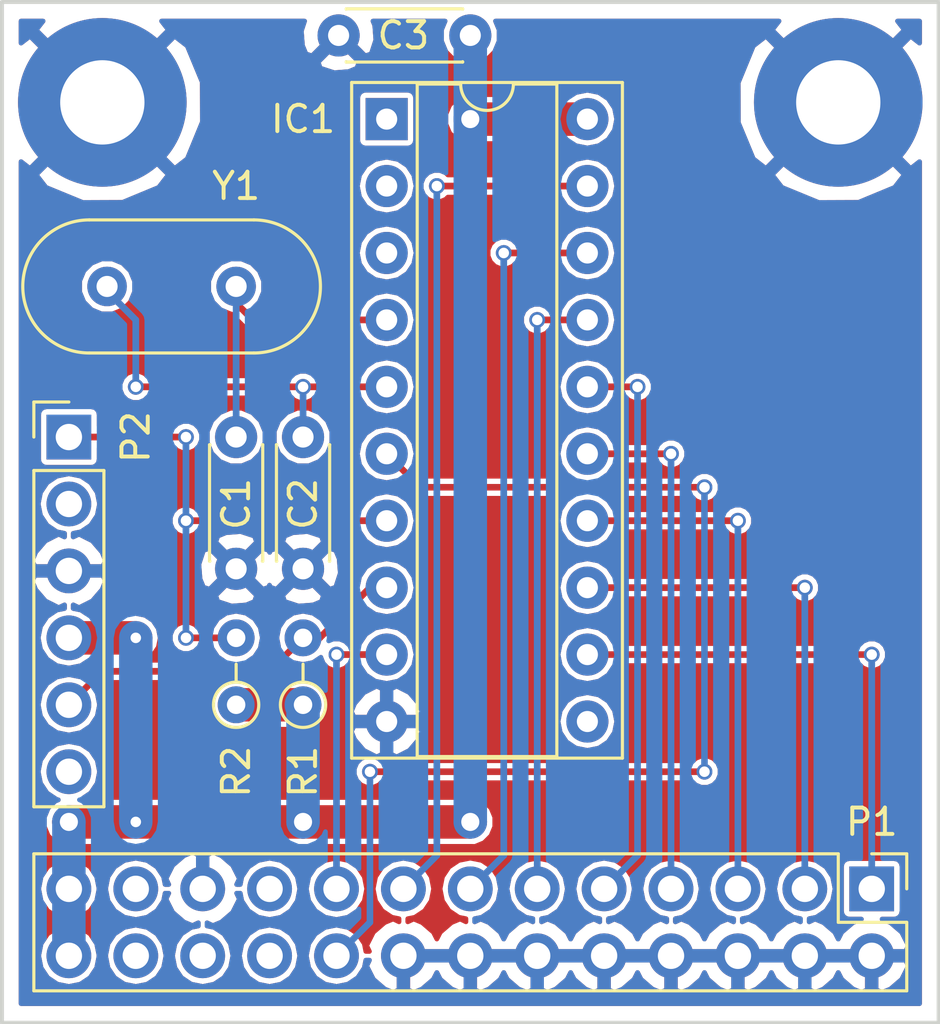
<source format=kicad_pcb>
(kicad_pcb (version 4) (host pcbnew 4.0.5)

  (general
    (links 39)
    (no_connects 0)
    (area 132.761667 99 170.768334 141.41)
    (thickness 1.6)
    (drawings 4)
    (tracks 84)
    (zones 0)
    (modules 11)
    (nets 28)
  )

  (page A4)
  (layers
    (0 F.Cu signal)
    (31 B.Cu signal)
    (32 B.Adhes user)
    (33 F.Adhes user)
    (34 B.Paste user)
    (35 F.Paste user)
    (36 B.SilkS user)
    (37 F.SilkS user)
    (38 B.Mask user)
    (39 F.Mask user)
    (40 Dwgs.User user)
    (41 Cmts.User user)
    (42 Eco1.User user)
    (43 Eco2.User user)
    (44 Edge.Cuts user)
    (45 Margin user)
    (46 B.CrtYd user)
    (47 F.CrtYd user)
    (48 B.Fab user hide)
    (49 F.Fab user hide)
  )

  (setup
    (last_trace_width 1.27)
    (user_trace_width 0.254)
    (user_trace_width 1.27)
    (trace_clearance 0.2)
    (zone_clearance 0.2032)
    (zone_45_only no)
    (trace_min 0.2)
    (segment_width 0.2)
    (edge_width 0.15)
    (via_size 0.6)
    (via_drill 0.4)
    (via_min_size 0.4)
    (via_min_drill 0.3)
    (user_via 1.27 0.6858)
    (uvia_size 0.3)
    (uvia_drill 0.1)
    (uvias_allowed no)
    (uvia_min_size 0.2)
    (uvia_min_drill 0.1)
    (pcb_text_width 0.3)
    (pcb_text_size 1.5 1.5)
    (mod_edge_width 0.15)
    (mod_text_size 1 1)
    (mod_text_width 0.15)
    (pad_size 1.4 1.4)
    (pad_drill 0.7)
    (pad_to_mask_clearance 0.2)
    (aux_axis_origin 0 0)
    (visible_elements FFFFFF7F)
    (pcbplotparams
      (layerselection 0x00030_80000001)
      (usegerberextensions false)
      (excludeedgelayer true)
      (linewidth 0.100000)
      (plotframeref false)
      (viasonmask false)
      (mode 1)
      (useauxorigin false)
      (hpglpennumber 1)
      (hpglpenspeed 20)
      (hpglpendiameter 15)
      (hpglpenoverlay 2)
      (psnegative false)
      (psa4output false)
      (plotreference true)
      (plotvalue true)
      (plotinvisibletext false)
      (padsonsilk false)
      (subtractmaskfromsilk false)
      (outputformat 1)
      (mirror false)
      (drillshape 1)
      (scaleselection 1)
      (outputdirectory ""))
  )

  (net 0 "")
  (net 1 "Net-(C1-Pad1)")
  (net 2 GND)
  (net 3 "Net-(C2-Pad1)")
  (net 4 VCC)
  (net 5 "Net-(IC1-Pad1)")
  (net 6 /ACK)
  (net 7 "Net-(IC1-Pad2)")
  (net 8 "Net-(IC1-Pad12)")
  (net 9 "Net-(IC1-Pad3)")
  (net 10 "Net-(IC1-Pad13)")
  (net 11 "Net-(IC1-Pad14)")
  (net 12 "Net-(IC1-Pad15)")
  (net 13 "Net-(IC1-Pad16)")
  (net 14 /DATA)
  (net 15 "Net-(IC1-Pad17)")
  (net 16 /CLK)
  (net 17 "Net-(IC1-Pad18)")
  (net 18 /STROBE)
  (net 19 "Net-(IC1-Pad19)")
  (net 20 "Net-(P1-Pad19)")
  (net 21 "Net-(P1-Pad20)")
  (net 22 "Net-(P1-Pad22)")
  (net 23 "Net-(P1-Pad23)")
  (net 24 "Net-(P1-Pad24)")
  (net 25 "Net-(P2-Pad2)")
  (net 26 "Net-(P2-Pad6)")
  (net 27 "Net-(IC1-Pad11)")

  (net_class Default "This is the default net class."
    (clearance 0.2)
    (trace_width 0.25)
    (via_dia 0.6)
    (via_drill 0.4)
    (uvia_dia 0.3)
    (uvia_drill 0.1)
    (add_net /ACK)
    (add_net /CLK)
    (add_net /DATA)
    (add_net /STROBE)
    (add_net GND)
    (add_net "Net-(C1-Pad1)")
    (add_net "Net-(C2-Pad1)")
    (add_net "Net-(IC1-Pad1)")
    (add_net "Net-(IC1-Pad11)")
    (add_net "Net-(IC1-Pad12)")
    (add_net "Net-(IC1-Pad13)")
    (add_net "Net-(IC1-Pad14)")
    (add_net "Net-(IC1-Pad15)")
    (add_net "Net-(IC1-Pad16)")
    (add_net "Net-(IC1-Pad17)")
    (add_net "Net-(IC1-Pad18)")
    (add_net "Net-(IC1-Pad19)")
    (add_net "Net-(IC1-Pad2)")
    (add_net "Net-(IC1-Pad3)")
    (add_net "Net-(P1-Pad19)")
    (add_net "Net-(P1-Pad20)")
    (add_net "Net-(P1-Pad22)")
    (add_net "Net-(P1-Pad23)")
    (add_net "Net-(P1-Pad24)")
    (add_net "Net-(P2-Pad2)")
    (add_net "Net-(P2-Pad6)")
    (add_net VCC)
  )

  (module Housings_DIP:DIP-20_W7.62mm_Socket (layer F.Cu) (tedit 5E9F4F85) (tstamp 5CBC4D30)
    (at 148.59 105.41)
    (descr "20-lead though-hole mounted DIP package, row spacing 7.62 mm (300 mils), Socket")
    (tags "THT DIP DIL PDIP 2.54mm 7.62mm 300mil Socket")
    (path /5C8A46A5)
    (fp_text reference IC1 (at -3.175 0) (layer F.SilkS)
      (effects (font (size 1 1) (thickness 0.15)))
    )
    (fp_text value ATtiny2313 (at 3.8989 9.9314 90) (layer F.Fab)
      (effects (font (size 1 1) (thickness 0.15)))
    )
    (fp_arc (start 3.81 -1.33) (end 2.81 -1.33) (angle -180) (layer F.SilkS) (width 0.12))
    (fp_line (start 1.635 -1.27) (end 6.985 -1.27) (layer F.Fab) (width 0.1))
    (fp_line (start 6.985 -1.27) (end 6.985 24.13) (layer F.Fab) (width 0.1))
    (fp_line (start 6.985 24.13) (end 0.635 24.13) (layer F.Fab) (width 0.1))
    (fp_line (start 0.635 24.13) (end 0.635 -0.27) (layer F.Fab) (width 0.1))
    (fp_line (start 0.635 -0.27) (end 1.635 -1.27) (layer F.Fab) (width 0.1))
    (fp_line (start -1.27 -1.33) (end -1.27 24.19) (layer F.Fab) (width 0.1))
    (fp_line (start -1.27 24.19) (end 8.89 24.19) (layer F.Fab) (width 0.1))
    (fp_line (start 8.89 24.19) (end 8.89 -1.33) (layer F.Fab) (width 0.1))
    (fp_line (start 8.89 -1.33) (end -1.27 -1.33) (layer F.Fab) (width 0.1))
    (fp_line (start 2.81 -1.33) (end 1.16 -1.33) (layer F.SilkS) (width 0.12))
    (fp_line (start 1.16 -1.33) (end 1.16 24.19) (layer F.SilkS) (width 0.12))
    (fp_line (start 1.16 24.19) (end 6.46 24.19) (layer F.SilkS) (width 0.12))
    (fp_line (start 6.46 24.19) (end 6.46 -1.33) (layer F.SilkS) (width 0.12))
    (fp_line (start 6.46 -1.33) (end 4.81 -1.33) (layer F.SilkS) (width 0.12))
    (fp_line (start -1.33 -1.39) (end -1.33 24.25) (layer F.SilkS) (width 0.12))
    (fp_line (start -1.33 24.25) (end 8.95 24.25) (layer F.SilkS) (width 0.12))
    (fp_line (start 8.95 24.25) (end 8.95 -1.39) (layer F.SilkS) (width 0.12))
    (fp_line (start 8.95 -1.39) (end -1.33 -1.39) (layer F.SilkS) (width 0.12))
    (fp_line (start -1.55 -1.6) (end -1.55 24.45) (layer F.CrtYd) (width 0.05))
    (fp_line (start -1.55 24.45) (end 9.15 24.45) (layer F.CrtYd) (width 0.05))
    (fp_line (start 9.15 24.45) (end 9.15 -1.6) (layer F.CrtYd) (width 0.05))
    (fp_line (start 9.15 -1.6) (end -1.55 -1.6) (layer F.CrtYd) (width 0.05))
    (fp_text user %R (at 3.81 11.43) (layer F.Fab)
      (effects (font (size 1 1) (thickness 0.15)))
    )
    (pad 1 thru_hole rect (at 0 0) (size 1.6 1.6) (drill 0.8) (layers *.Cu *.Mask)
      (net 5 "Net-(IC1-Pad1)"))
    (pad 11 thru_hole oval (at 7.62 22.86) (size 1.6 1.6) (drill 0.8) (layers *.Cu *.Mask)
      (net 27 "Net-(IC1-Pad11)"))
    (pad 2 thru_hole oval (at 0 2.54) (size 1.6 1.6) (drill 0.8) (layers *.Cu *.Mask)
      (net 7 "Net-(IC1-Pad2)"))
    (pad 12 thru_hole oval (at 7.62 20.32) (size 1.6 1.6) (drill 0.8) (layers *.Cu *.Mask)
      (net 8 "Net-(IC1-Pad12)"))
    (pad 3 thru_hole oval (at 0 5.08) (size 1.6 1.6) (drill 0.8) (layers *.Cu *.Mask)
      (net 9 "Net-(IC1-Pad3)"))
    (pad 13 thru_hole oval (at 7.62 17.78) (size 1.6 1.6) (drill 0.8) (layers *.Cu *.Mask)
      (net 10 "Net-(IC1-Pad13)"))
    (pad 4 thru_hole oval (at 0 7.62) (size 1.6 1.6) (drill 0.8) (layers *.Cu *.Mask)
      (net 1 "Net-(C1-Pad1)"))
    (pad 14 thru_hole oval (at 7.62 15.24) (size 1.6 1.6) (drill 0.8) (layers *.Cu *.Mask)
      (net 11 "Net-(IC1-Pad14)"))
    (pad 5 thru_hole oval (at 0 10.16) (size 1.6 1.6) (drill 0.8) (layers *.Cu *.Mask)
      (net 3 "Net-(C2-Pad1)"))
    (pad 15 thru_hole oval (at 7.62 12.7) (size 1.6 1.6) (drill 0.8) (layers *.Cu *.Mask)
      (net 12 "Net-(IC1-Pad15)"))
    (pad 6 thru_hole oval (at 0 12.7) (size 1.6 1.6) (drill 0.8) (layers *.Cu *.Mask)
      (net 6 /ACK))
    (pad 16 thru_hole oval (at 7.62 10.16) (size 1.6 1.6) (drill 0.8) (layers *.Cu *.Mask)
      (net 13 "Net-(IC1-Pad16)"))
    (pad 7 thru_hole oval (at 0 15.24) (size 1.6 1.6) (drill 0.8) (layers *.Cu *.Mask)
      (net 14 /DATA))
    (pad 17 thru_hole oval (at 7.62 7.62) (size 1.6 1.6) (drill 0.8) (layers *.Cu *.Mask)
      (net 15 "Net-(IC1-Pad17)"))
    (pad 8 thru_hole oval (at 0 17.78) (size 1.6 1.6) (drill 0.8) (layers *.Cu *.Mask)
      (net 16 /CLK))
    (pad 18 thru_hole oval (at 7.62 5.08) (size 1.6 1.6) (drill 0.8) (layers *.Cu *.Mask)
      (net 17 "Net-(IC1-Pad18)"))
    (pad 9 thru_hole oval (at 0 20.32) (size 1.6 1.6) (drill 0.8) (layers *.Cu *.Mask)
      (net 18 /STROBE))
    (pad 19 thru_hole oval (at 7.62 2.54) (size 1.6 1.6) (drill 0.8) (layers *.Cu *.Mask)
      (net 19 "Net-(IC1-Pad19)"))
    (pad 10 thru_hole oval (at 0 22.86) (size 1.6 1.6) (drill 0.8) (layers *.Cu *.Mask)
      (net 2 GND))
    (pad 20 thru_hole oval (at 7.62 0) (size 1.6 1.6) (drill 0.8) (layers *.Cu *.Mask)
      (net 4 VCC))
    (model ${KISYS3DMOD}/Housings_DIP.3dshapes/DIP-20_W7.62mm_Socket.wrl
      (at (xyz 0 0 0))
      (scale (xyz 1 1 1))
      (rotate (xyz 0 0 0))
    )
  )

  (module Pin_Headers:Pin_Header_Straight_2x13_Pitch2.54mm (layer F.Cu) (tedit 5CBC5540) (tstamp 5CBC4D4E)
    (at 167.005 134.62 270)
    (descr "Through hole straight pin header, 2x13, 2.54mm pitch, double rows")
    (tags "Through hole pin header THT 2x13 2.54mm double row")
    (path /5C8A46DA)
    (fp_text reference P1 (at -2.54 0 360) (layer F.SilkS)
      (effects (font (size 1 1) (thickness 0.15)))
    )
    (fp_text value CONN_02X13 (at 5.715 15.24 360) (layer F.Fab) hide
      (effects (font (size 1 1) (thickness 0.15)))
    )
    (fp_line (start 0 -1.27) (end 3.81 -1.27) (layer F.Fab) (width 0.1))
    (fp_line (start 3.81 -1.27) (end 3.81 31.75) (layer F.Fab) (width 0.1))
    (fp_line (start 3.81 31.75) (end -1.27 31.75) (layer F.Fab) (width 0.1))
    (fp_line (start -1.27 31.75) (end -1.27 0) (layer F.Fab) (width 0.1))
    (fp_line (start -1.27 0) (end 0 -1.27) (layer F.Fab) (width 0.1))
    (fp_line (start -1.33 31.81) (end 3.87 31.81) (layer F.SilkS) (width 0.12))
    (fp_line (start -1.33 1.27) (end -1.33 31.81) (layer F.SilkS) (width 0.12))
    (fp_line (start 3.87 -1.33) (end 3.87 31.81) (layer F.SilkS) (width 0.12))
    (fp_line (start -1.33 1.27) (end 1.27 1.27) (layer F.SilkS) (width 0.12))
    (fp_line (start 1.27 1.27) (end 1.27 -1.33) (layer F.SilkS) (width 0.12))
    (fp_line (start 1.27 -1.33) (end 3.87 -1.33) (layer F.SilkS) (width 0.12))
    (fp_line (start -1.33 0) (end -1.33 -1.33) (layer F.SilkS) (width 0.12))
    (fp_line (start -1.33 -1.33) (end 0 -1.33) (layer F.SilkS) (width 0.12))
    (fp_line (start -1.8 -1.8) (end -1.8 32.25) (layer F.CrtYd) (width 0.05))
    (fp_line (start -1.8 32.25) (end 4.35 32.25) (layer F.CrtYd) (width 0.05))
    (fp_line (start 4.35 32.25) (end 4.35 -1.8) (layer F.CrtYd) (width 0.05))
    (fp_line (start 4.35 -1.8) (end -1.8 -1.8) (layer F.CrtYd) (width 0.05))
    (fp_text user %R (at 1.27 15.24 360) (layer F.Fab)
      (effects (font (size 1 1) (thickness 0.15)))
    )
    (pad 1 thru_hole rect (at 0 0 270) (size 1.7 1.7) (drill 1) (layers *.Cu *.Mask)
      (net 8 "Net-(IC1-Pad12)"))
    (pad 2 thru_hole oval (at 2.54 0 270) (size 1.7 1.7) (drill 1) (layers *.Cu *.Mask)
      (net 2 GND))
    (pad 3 thru_hole oval (at 0 2.54 270) (size 1.7 1.7) (drill 1) (layers *.Cu *.Mask)
      (net 10 "Net-(IC1-Pad13)"))
    (pad 4 thru_hole oval (at 2.54 2.54 270) (size 1.7 1.7) (drill 1) (layers *.Cu *.Mask)
      (net 2 GND))
    (pad 5 thru_hole oval (at 0 5.08 270) (size 1.7 1.7) (drill 1) (layers *.Cu *.Mask)
      (net 11 "Net-(IC1-Pad14)"))
    (pad 6 thru_hole oval (at 2.54 5.08 270) (size 1.7 1.7) (drill 1) (layers *.Cu *.Mask)
      (net 2 GND))
    (pad 7 thru_hole oval (at 0 7.62 270) (size 1.7 1.7) (drill 1) (layers *.Cu *.Mask)
      (net 12 "Net-(IC1-Pad15)"))
    (pad 8 thru_hole oval (at 2.54 7.62 270) (size 1.7 1.7) (drill 1) (layers *.Cu *.Mask)
      (net 2 GND))
    (pad 9 thru_hole oval (at 0 10.16 270) (size 1.7 1.7) (drill 1) (layers *.Cu *.Mask)
      (net 13 "Net-(IC1-Pad16)"))
    (pad 10 thru_hole oval (at 2.54 10.16 270) (size 1.7 1.7) (drill 1) (layers *.Cu *.Mask)
      (net 2 GND))
    (pad 11 thru_hole oval (at 0 12.7 270) (size 1.7 1.7) (drill 1) (layers *.Cu *.Mask)
      (net 15 "Net-(IC1-Pad17)"))
    (pad 12 thru_hole oval (at 2.54 12.7 270) (size 1.7 1.7) (drill 1) (layers *.Cu *.Mask)
      (net 2 GND))
    (pad 13 thru_hole oval (at 0 15.24 270) (size 1.7 1.7) (drill 1) (layers *.Cu *.Mask)
      (net 17 "Net-(IC1-Pad18)"))
    (pad 14 thru_hole oval (at 2.54 15.24 270) (size 1.7 1.7) (drill 1) (layers *.Cu *.Mask)
      (net 2 GND))
    (pad 15 thru_hole oval (at 0 17.78 270) (size 1.7 1.7) (drill 1) (layers *.Cu *.Mask)
      (net 19 "Net-(IC1-Pad19)"))
    (pad 16 thru_hole oval (at 2.54 17.78 270) (size 1.7 1.7) (drill 1) (layers *.Cu *.Mask)
      (net 2 GND))
    (pad 17 thru_hole oval (at 0 20.32 270) (size 1.7 1.7) (drill 1) (layers *.Cu *.Mask)
      (net 18 /STROBE))
    (pad 18 thru_hole oval (at 2.54 20.32 270) (size 1.7 1.7) (drill 1) (layers *.Cu *.Mask)
      (net 6 /ACK))
    (pad 19 thru_hole oval (at 0 22.86 270) (size 1.7 1.7) (drill 1) (layers *.Cu *.Mask)
      (net 20 "Net-(P1-Pad19)"))
    (pad 20 thru_hole oval (at 2.54 22.86 270) (size 1.7 1.7) (drill 1) (layers *.Cu *.Mask)
      (net 21 "Net-(P1-Pad20)"))
    (pad 21 thru_hole oval (at 0 25.4 270) (size 1.7 1.7) (drill 1) (layers *.Cu *.Mask)
      (net 2 GND))
    (pad 22 thru_hole oval (at 2.54 25.4 270) (size 1.7 1.7) (drill 1) (layers *.Cu *.Mask)
      (net 22 "Net-(P1-Pad22)"))
    (pad 23 thru_hole oval (at 0 27.94 270) (size 1.7 1.7) (drill 1) (layers *.Cu *.Mask)
      (net 23 "Net-(P1-Pad23)"))
    (pad 24 thru_hole oval (at 2.54 27.94 270) (size 1.7 1.7) (drill 1) (layers *.Cu *.Mask)
      (net 24 "Net-(P1-Pad24)"))
    (pad 25 thru_hole oval (at 0 30.48 270) (size 1.7 1.7) (drill 1) (layers *.Cu *.Mask)
      (net 4 VCC))
    (pad 26 thru_hole oval (at 2.54 30.48 270) (size 1.7 1.7) (drill 1) (layers *.Cu *.Mask)
      (net 4 VCC))
    (model ${KISYS3DMOD}/Pin_Headers.3dshapes/Pin_Header_Straight_2x13_Pitch2.54mm.wrl
      (at (xyz 0 0 0))
      (scale (xyz 1 1 1))
      (rotate (xyz 0 0 0))
    )
  )

  (module Pin_Headers:Pin_Header_Straight_1x06_Pitch2.54mm (layer F.Cu) (tedit 5CBC551A) (tstamp 5CBC4D58)
    (at 136.525 117.475)
    (descr "Through hole straight pin header, 1x06, 2.54mm pitch, single row")
    (tags "Through hole pin header THT 1x06 2.54mm single row")
    (path /5C8A4745)
    (fp_text reference P2 (at 2.54 0 90) (layer F.SilkS)
      (effects (font (size 1 1) (thickness 0.15)))
    )
    (fp_text value CONN_01X06 (at -2.54 6.35 90) (layer F.Fab) hide
      (effects (font (size 1 1) (thickness 0.15)))
    )
    (fp_line (start -0.635 -1.27) (end 1.27 -1.27) (layer F.Fab) (width 0.1))
    (fp_line (start 1.27 -1.27) (end 1.27 13.97) (layer F.Fab) (width 0.1))
    (fp_line (start 1.27 13.97) (end -1.27 13.97) (layer F.Fab) (width 0.1))
    (fp_line (start -1.27 13.97) (end -1.27 -0.635) (layer F.Fab) (width 0.1))
    (fp_line (start -1.27 -0.635) (end -0.635 -1.27) (layer F.Fab) (width 0.1))
    (fp_line (start -1.33 14.03) (end 1.33 14.03) (layer F.SilkS) (width 0.12))
    (fp_line (start -1.33 1.27) (end -1.33 14.03) (layer F.SilkS) (width 0.12))
    (fp_line (start 1.33 1.27) (end 1.33 14.03) (layer F.SilkS) (width 0.12))
    (fp_line (start -1.33 1.27) (end 1.33 1.27) (layer F.SilkS) (width 0.12))
    (fp_line (start -1.33 0) (end -1.33 -1.33) (layer F.SilkS) (width 0.12))
    (fp_line (start -1.33 -1.33) (end 0 -1.33) (layer F.SilkS) (width 0.12))
    (fp_line (start -1.8 -1.8) (end -1.8 14.5) (layer F.CrtYd) (width 0.05))
    (fp_line (start -1.8 14.5) (end 1.8 14.5) (layer F.CrtYd) (width 0.05))
    (fp_line (start 1.8 14.5) (end 1.8 -1.8) (layer F.CrtYd) (width 0.05))
    (fp_line (start 1.8 -1.8) (end -1.8 -1.8) (layer F.CrtYd) (width 0.05))
    (fp_text user %R (at 0 6.35 90) (layer F.Fab)
      (effects (font (size 1 1) (thickness 0.15)))
    )
    (pad 1 thru_hole rect (at 0 0) (size 1.7 1.7) (drill 1) (layers *.Cu *.Mask)
      (net 14 /DATA))
    (pad 2 thru_hole oval (at 0 2.54) (size 1.7 1.7) (drill 1) (layers *.Cu *.Mask)
      (net 25 "Net-(P2-Pad2)"))
    (pad 3 thru_hole oval (at 0 5.08) (size 1.7 1.7) (drill 1) (layers *.Cu *.Mask)
      (net 2 GND))
    (pad 4 thru_hole oval (at 0 7.62) (size 1.7 1.7) (drill 1) (layers *.Cu *.Mask)
      (net 4 VCC))
    (pad 5 thru_hole oval (at 0 10.16) (size 1.7 1.7) (drill 1) (layers *.Cu *.Mask)
      (net 16 /CLK))
    (pad 6 thru_hole oval (at 0 12.7) (size 1.7 1.7) (drill 1) (layers *.Cu *.Mask)
      (net 26 "Net-(P2-Pad6)"))
    (model ${KISYS3DMOD}/Pin_Headers.3dshapes/Pin_Header_Straight_1x06_Pitch2.54mm.wrl
      (at (xyz 0 0 0))
      (scale (xyz 1 1 1))
      (rotate (xyz 0 0 0))
    )
  )

  (module Crystals:Crystal_HC18-U_Vertical (layer F.Cu) (tedit 5CBC5558) (tstamp 5CBC4D6A)
    (at 142.875 111.76 180)
    (descr "Crystal THT HC-18/U, http://5hertz.com/pdfs/04404_D.pdf")
    (tags "THT crystalHC-18/U")
    (path /5C8A47F7)
    (fp_text reference Y1 (at 0 3.81 180) (layer F.SilkS)
      (effects (font (size 1 1) (thickness 0.15)))
    )
    (fp_text value Crystal (at 2.45 3.525 180) (layer F.Fab) hide
      (effects (font (size 1 1) (thickness 0.15)))
    )
    (fp_text user %R (at 2.45 0 180) (layer F.Fab)
      (effects (font (size 1 1) (thickness 0.15)))
    )
    (fp_line (start -0.675 -2.325) (end 5.575 -2.325) (layer F.Fab) (width 0.1))
    (fp_line (start -0.675 2.325) (end 5.575 2.325) (layer F.Fab) (width 0.1))
    (fp_line (start -0.55 -2) (end 5.45 -2) (layer F.Fab) (width 0.1))
    (fp_line (start -0.55 2) (end 5.45 2) (layer F.Fab) (width 0.1))
    (fp_line (start -0.675 -2.525) (end 5.575 -2.525) (layer F.SilkS) (width 0.12))
    (fp_line (start -0.675 2.525) (end 5.575 2.525) (layer F.SilkS) (width 0.12))
    (fp_line (start -3.5 -2.8) (end -3.5 2.8) (layer F.CrtYd) (width 0.05))
    (fp_line (start -3.5 2.8) (end 8.4 2.8) (layer F.CrtYd) (width 0.05))
    (fp_line (start 8.4 2.8) (end 8.4 -2.8) (layer F.CrtYd) (width 0.05))
    (fp_line (start 8.4 -2.8) (end -3.5 -2.8) (layer F.CrtYd) (width 0.05))
    (fp_arc (start -0.675 0) (end -0.675 -2.325) (angle -180) (layer F.Fab) (width 0.1))
    (fp_arc (start 5.575 0) (end 5.575 -2.325) (angle 180) (layer F.Fab) (width 0.1))
    (fp_arc (start -0.55 0) (end -0.55 -2) (angle -180) (layer F.Fab) (width 0.1))
    (fp_arc (start 5.45 0) (end 5.45 -2) (angle 180) (layer F.Fab) (width 0.1))
    (fp_arc (start -0.675 0) (end -0.675 -2.525) (angle -180) (layer F.SilkS) (width 0.12))
    (fp_arc (start 5.575 0) (end 5.575 -2.525) (angle 180) (layer F.SilkS) (width 0.12))
    (pad 1 thru_hole circle (at 0 0 180) (size 1.5 1.5) (drill 0.8) (layers *.Cu *.Mask)
      (net 1 "Net-(C1-Pad1)"))
    (pad 2 thru_hole circle (at 4.9 0 180) (size 1.5 1.5) (drill 0.8) (layers *.Cu *.Mask)
      (net 3 "Net-(C2-Pad1)"))
    (model ${KISYS3DMOD}/Crystals.3dshapes/Crystal_HC18-U_Vertical.wrl
      (at (xyz 0 0 0))
      (scale (xyz 0.393701 0.393701 0.393701))
      (rotate (xyz 0 0 0))
    )
  )

  (module Capacitors_THT:C_Disc_D4.3mm_W1.9mm_P5.00mm (layer F.Cu) (tedit 5E9F4CE8) (tstamp 5CBC52C1)
    (at 142.875 117.475 270)
    (descr "C, Disc series, Radial, pin pitch=5.00mm, , diameter*width=4.3*1.9mm^2, Capacitor, http://www.vishay.com/docs/45233/krseries.pdf")
    (tags "C Disc series Radial pin pitch 5.00mm  diameter 4.3mm width 1.9mm Capacitor")
    (path /5C8A47D3)
    (fp_text reference C1 (at 2.54 0 270) (layer F.SilkS)
      (effects (font (size 1 1) (thickness 0.15)))
    )
    (fp_text value C (at 2.5 2.26 270) (layer F.Fab) hide
      (effects (font (size 1 1) (thickness 0.15)))
    )
    (fp_line (start 0.35 -0.95) (end 0.35 0.95) (layer F.Fab) (width 0.1))
    (fp_line (start 0.35 0.95) (end 4.65 0.95) (layer F.Fab) (width 0.1))
    (fp_line (start 4.65 0.95) (end 4.65 -0.95) (layer F.Fab) (width 0.1))
    (fp_line (start 4.65 -0.95) (end 0.35 -0.95) (layer F.Fab) (width 0.1))
    (fp_line (start 0.29 -1.01) (end 4.71 -1.01) (layer F.SilkS) (width 0.12))
    (fp_line (start 0.29 1.01) (end 4.71 1.01) (layer F.SilkS) (width 0.12))
    (fp_line (start 0.29 -1.01) (end 0.29 -0.996) (layer F.SilkS) (width 0.12))
    (fp_line (start 0.29 0.996) (end 0.29 1.01) (layer F.SilkS) (width 0.12))
    (fp_line (start 4.71 -1.01) (end 4.71 -0.996) (layer F.SilkS) (width 0.12))
    (fp_line (start 4.71 0.996) (end 4.71 1.01) (layer F.SilkS) (width 0.12))
    (fp_line (start -1.05 -1.3) (end -1.05 1.3) (layer F.CrtYd) (width 0.05))
    (fp_line (start -1.05 1.3) (end 6.05 1.3) (layer F.CrtYd) (width 0.05))
    (fp_line (start 6.05 1.3) (end 6.05 -1.3) (layer F.CrtYd) (width 0.05))
    (fp_line (start 6.05 -1.3) (end -1.05 -1.3) (layer F.CrtYd) (width 0.05))
    (fp_text user %R (at 2.5 0 270) (layer F.Fab)
      (effects (font (size 1 1) (thickness 0.15)))
    )
    (pad 1 thru_hole circle (at 0 0 270) (size 1.6 1.6) (drill 0.8) (layers *.Cu *.Mask)
      (net 1 "Net-(C1-Pad1)"))
    (pad 2 thru_hole circle (at 5 0 270) (size 1.6 1.6) (drill 0.8) (layers *.Cu *.Mask)
      (net 2 GND))
    (model ${KISYS3DMOD}/Capacitors_THT.3dshapes/C_Disc_D4.3mm_W1.9mm_P5.00mm.wrl
      (at (xyz 0 0 0))
      (scale (xyz 1 1 1))
      (rotate (xyz 0 0 0))
    )
  )

  (module Capacitors_THT:C_Disc_D4.3mm_W1.9mm_P5.00mm (layer F.Cu) (tedit 5E9F4CED) (tstamp 5CBC52C7)
    (at 145.415 117.475 270)
    (descr "C, Disc series, Radial, pin pitch=5.00mm, , diameter*width=4.3*1.9mm^2, Capacitor, http://www.vishay.com/docs/45233/krseries.pdf")
    (tags "C Disc series Radial pin pitch 5.00mm  diameter 4.3mm width 1.9mm Capacitor")
    (path /5C8A47AE)
    (fp_text reference C2 (at 2.54 0 270) (layer F.SilkS)
      (effects (font (size 1 1) (thickness 0.15)))
    )
    (fp_text value C (at 2.5 2.26 270) (layer F.Fab) hide
      (effects (font (size 1 1) (thickness 0.15)))
    )
    (fp_line (start 0.35 -0.95) (end 0.35 0.95) (layer F.Fab) (width 0.1))
    (fp_line (start 0.35 0.95) (end 4.65 0.95) (layer F.Fab) (width 0.1))
    (fp_line (start 4.65 0.95) (end 4.65 -0.95) (layer F.Fab) (width 0.1))
    (fp_line (start 4.65 -0.95) (end 0.35 -0.95) (layer F.Fab) (width 0.1))
    (fp_line (start 0.29 -1.01) (end 4.71 -1.01) (layer F.SilkS) (width 0.12))
    (fp_line (start 0.29 1.01) (end 4.71 1.01) (layer F.SilkS) (width 0.12))
    (fp_line (start 0.29 -1.01) (end 0.29 -0.996) (layer F.SilkS) (width 0.12))
    (fp_line (start 0.29 0.996) (end 0.29 1.01) (layer F.SilkS) (width 0.12))
    (fp_line (start 4.71 -1.01) (end 4.71 -0.996) (layer F.SilkS) (width 0.12))
    (fp_line (start 4.71 0.996) (end 4.71 1.01) (layer F.SilkS) (width 0.12))
    (fp_line (start -1.05 -1.3) (end -1.05 1.3) (layer F.CrtYd) (width 0.05))
    (fp_line (start -1.05 1.3) (end 6.05 1.3) (layer F.CrtYd) (width 0.05))
    (fp_line (start 6.05 1.3) (end 6.05 -1.3) (layer F.CrtYd) (width 0.05))
    (fp_line (start 6.05 -1.3) (end -1.05 -1.3) (layer F.CrtYd) (width 0.05))
    (fp_text user %R (at 2.5 0 270) (layer F.Fab)
      (effects (font (size 1 1) (thickness 0.15)))
    )
    (pad 1 thru_hole circle (at 0 0 270) (size 1.6 1.6) (drill 0.8) (layers *.Cu *.Mask)
      (net 3 "Net-(C2-Pad1)"))
    (pad 2 thru_hole circle (at 5 0 270) (size 1.6 1.6) (drill 0.8) (layers *.Cu *.Mask)
      (net 2 GND))
    (model ${KISYS3DMOD}/Capacitors_THT.3dshapes/C_Disc_D4.3mm_W1.9mm_P5.00mm.wrl
      (at (xyz 0 0 0))
      (scale (xyz 1 1 1))
      (rotate (xyz 0 0 0))
    )
  )

  (module Capacitors_THT:C_Disc_D4.3mm_W1.9mm_P5.00mm (layer F.Cu) (tedit 5CBC5512) (tstamp 5CBC52CD)
    (at 151.765 102.235 180)
    (descr "C, Disc series, Radial, pin pitch=5.00mm, , diameter*width=4.3*1.9mm^2, Capacitor, http://www.vishay.com/docs/45233/krseries.pdf")
    (tags "C Disc series Radial pin pitch 5.00mm  diameter 4.3mm width 1.9mm Capacitor")
    (path /5C8A4791)
    (fp_text reference C3 (at 2.54 0 180) (layer F.SilkS)
      (effects (font (size 1 1) (thickness 0.15)))
    )
    (fp_text value C (at 2.5 2.26 180) (layer F.Fab) hide
      (effects (font (size 1 1) (thickness 0.15)))
    )
    (fp_line (start 0.35 -0.95) (end 0.35 0.95) (layer F.Fab) (width 0.1))
    (fp_line (start 0.35 0.95) (end 4.65 0.95) (layer F.Fab) (width 0.1))
    (fp_line (start 4.65 0.95) (end 4.65 -0.95) (layer F.Fab) (width 0.1))
    (fp_line (start 4.65 -0.95) (end 0.35 -0.95) (layer F.Fab) (width 0.1))
    (fp_line (start 0.29 -1.01) (end 4.71 -1.01) (layer F.SilkS) (width 0.12))
    (fp_line (start 0.29 1.01) (end 4.71 1.01) (layer F.SilkS) (width 0.12))
    (fp_line (start 0.29 -1.01) (end 0.29 -0.996) (layer F.SilkS) (width 0.12))
    (fp_line (start 0.29 0.996) (end 0.29 1.01) (layer F.SilkS) (width 0.12))
    (fp_line (start 4.71 -1.01) (end 4.71 -0.996) (layer F.SilkS) (width 0.12))
    (fp_line (start 4.71 0.996) (end 4.71 1.01) (layer F.SilkS) (width 0.12))
    (fp_line (start -1.05 -1.3) (end -1.05 1.3) (layer F.CrtYd) (width 0.05))
    (fp_line (start -1.05 1.3) (end 6.05 1.3) (layer F.CrtYd) (width 0.05))
    (fp_line (start 6.05 1.3) (end 6.05 -1.3) (layer F.CrtYd) (width 0.05))
    (fp_line (start 6.05 -1.3) (end -1.05 -1.3) (layer F.CrtYd) (width 0.05))
    (fp_text user %R (at 2.5 0 180) (layer F.Fab)
      (effects (font (size 1 1) (thickness 0.15)))
    )
    (pad 1 thru_hole circle (at 0 0 180) (size 1.6 1.6) (drill 0.8) (layers *.Cu *.Mask)
      (net 4 VCC))
    (pad 2 thru_hole circle (at 5 0 180) (size 1.6 1.6) (drill 0.8) (layers *.Cu *.Mask)
      (net 2 GND))
    (model ${KISYS3DMOD}/Capacitors_THT.3dshapes/C_Disc_D4.3mm_W1.9mm_P5.00mm.wrl
      (at (xyz 0 0 0))
      (scale (xyz 1 1 1))
      (rotate (xyz 0 0 0))
    )
  )

  (module Mounting_Holes:MountingHole_3.2mm_M3_Pad (layer F.Cu) (tedit 5CBC5520) (tstamp 5CBC52D2)
    (at 137.795 104.775)
    (descr "Mounting Hole 3.2mm, M3")
    (tags "mounting hole 3.2mm m3")
    (path /5CBC50B5)
    (attr virtual)
    (fp_text reference MH1 (at 0 -4.2) (layer F.SilkS) hide
      (effects (font (size 1 1) (thickness 0.15)))
    )
    (fp_text value CONN_01X01 (at 0 4.2) (layer F.Fab) hide
      (effects (font (size 1 1) (thickness 0.15)))
    )
    (fp_text user %R (at 0.3 0) (layer F.Fab)
      (effects (font (size 1 1) (thickness 0.15)))
    )
    (fp_circle (center 0 0) (end 3.2 0) (layer Cmts.User) (width 0.15))
    (fp_circle (center 0 0) (end 3.45 0) (layer F.CrtYd) (width 0.05))
    (pad 1 thru_hole circle (at 0 0) (size 6.4 6.4) (drill 3.2) (layers *.Cu *.Mask)
      (net 2 GND))
  )

  (module Mounting_Holes:MountingHole_3.2mm_M3_Pad (layer F.Cu) (tedit 5CBC5552) (tstamp 5CBC52D7)
    (at 165.735 104.775)
    (descr "Mounting Hole 3.2mm, M3")
    (tags "mounting hole 3.2mm m3")
    (path /5CBC50E9)
    (attr virtual)
    (fp_text reference MH2 (at 0 -4.2) (layer F.SilkS) hide
      (effects (font (size 1 1) (thickness 0.15)))
    )
    (fp_text value CONN_01X01 (at 0 4.2) (layer F.Fab) hide
      (effects (font (size 1 1) (thickness 0.15)))
    )
    (fp_text user %R (at 0.3 0) (layer F.Fab)
      (effects (font (size 1 1) (thickness 0.15)))
    )
    (fp_circle (center 0 0) (end 3.2 0) (layer Cmts.User) (width 0.15))
    (fp_circle (center 0 0) (end 3.45 0) (layer F.CrtYd) (width 0.05))
    (pad 1 thru_hole circle (at 0 0) (size 6.4 6.4) (drill 3.2) (layers *.Cu *.Mask)
      (net 2 GND))
  )

  (module Resistors_THT:R_Axial_DIN0204_L3.6mm_D1.6mm_P2.54mm_Vertical (layer F.Cu) (tedit 5CBC5B4F) (tstamp 5CBC52DD)
    (at 145.415 127.635 90)
    (descr "Resistor, Axial_DIN0204 series, Axial, Vertical, pin pitch=2.54mm, 0.16666666666666666W = 1/6W, length*diameter=3.6*1.6mm^2, http://cdn-reichelt.de/documents/datenblatt/B400/1_4W%23YAG.pdf")
    (tags "Resistor Axial_DIN0204 series Axial Vertical pin pitch 2.54mm 0.16666666666666666W = 1/6W length 3.6mm diameter 1.6mm")
    (path /5C8A53E8)
    (fp_text reference R1 (at -2.54 0 90) (layer F.SilkS)
      (effects (font (size 1 1) (thickness 0.15)))
    )
    (fp_text value R (at 1.27 1.86 90) (layer F.Fab) hide
      (effects (font (size 1 1) (thickness 0.15)))
    )
    (fp_circle (center 0 0) (end 0.8 0) (layer F.Fab) (width 0.1))
    (fp_circle (center 0 0) (end 0.86 0) (layer F.SilkS) (width 0.12))
    (fp_line (start 0 0) (end 2.54 0) (layer F.Fab) (width 0.1))
    (fp_line (start 0.86 0) (end 1.54 0) (layer F.SilkS) (width 0.12))
    (fp_line (start -1.15 -1.15) (end -1.15 1.15) (layer F.CrtYd) (width 0.05))
    (fp_line (start -1.15 1.15) (end 3.55 1.15) (layer F.CrtYd) (width 0.05))
    (fp_line (start 3.55 1.15) (end 3.55 -1.15) (layer F.CrtYd) (width 0.05))
    (fp_line (start 3.55 -1.15) (end -1.15 -1.15) (layer F.CrtYd) (width 0.05))
    (pad 1 thru_hole circle (at 0 0 90) (size 1.4 1.4) (drill 0.7) (layers *.Cu *.Mask)
      (net 4 VCC))
    (pad 2 thru_hole oval (at 2.54 0 90) (size 1.4 1.4) (drill 0.7) (layers *.Cu *.Mask)
      (net 16 /CLK))
    (model ${KISYS3DMOD}/Resistors_THT.3dshapes/R_Axial_DIN0204_L3.6mm_D1.6mm_P2.54mm_Vertical.wrl
      (at (xyz 0 0 0))
      (scale (xyz 0.393701 0.393701 0.393701))
      (rotate (xyz 0 0 0))
    )
  )

  (module Resistors_THT:R_Axial_DIN0204_L3.6mm_D1.6mm_P2.54mm_Vertical (layer F.Cu) (tedit 5CBC5B34) (tstamp 5CBC52E3)
    (at 142.875 127.635 90)
    (descr "Resistor, Axial_DIN0204 series, Axial, Vertical, pin pitch=2.54mm, 0.16666666666666666W = 1/6W, length*diameter=3.6*1.6mm^2, http://cdn-reichelt.de/documents/datenblatt/B400/1_4W%23YAG.pdf")
    (tags "Resistor Axial_DIN0204 series Axial Vertical pin pitch 2.54mm 0.16666666666666666W = 1/6W length 3.6mm diameter 1.6mm")
    (path /5C8A53A9)
    (fp_text reference R2 (at -2.54 0 90) (layer F.SilkS)
      (effects (font (size 1 1) (thickness 0.15)))
    )
    (fp_text value R (at 1.27 1.86 90) (layer F.Fab) hide
      (effects (font (size 1 1) (thickness 0.15)))
    )
    (fp_circle (center 0 0) (end 0.8 0) (layer F.Fab) (width 0.1))
    (fp_circle (center 0 0) (end 0.86 0) (layer F.SilkS) (width 0.12))
    (fp_line (start 0 0) (end 2.54 0) (layer F.Fab) (width 0.1))
    (fp_line (start 0.86 0) (end 1.54 0) (layer F.SilkS) (width 0.12))
    (fp_line (start -1.15 -1.15) (end -1.15 1.15) (layer F.CrtYd) (width 0.05))
    (fp_line (start -1.15 1.15) (end 3.55 1.15) (layer F.CrtYd) (width 0.05))
    (fp_line (start 3.55 1.15) (end 3.55 -1.15) (layer F.CrtYd) (width 0.05))
    (fp_line (start 3.55 -1.15) (end -1.15 -1.15) (layer F.CrtYd) (width 0.05))
    (pad 1 thru_hole circle (at 0 0 90) (size 1.4 1.4) (drill 0.7) (layers *.Cu *.Mask)
      (net 4 VCC))
    (pad 2 thru_hole oval (at 2.54 0 90) (size 1.4 1.4) (drill 0.7) (layers *.Cu *.Mask)
      (net 14 /DATA))
    (model ${KISYS3DMOD}/Resistors_THT.3dshapes/R_Axial_DIN0204_L3.6mm_D1.6mm_P2.54mm_Vertical.wrl
      (at (xyz 0 0 0))
      (scale (xyz 0.393701 0.393701 0.393701))
      (rotate (xyz 0 0 0))
    )
  )

  (gr_line (start 133.985 100.965) (end 133.985 139.7) (angle 90) (layer Edge.Cuts) (width 0.15))
  (gr_line (start 169.545 100.965) (end 133.985 100.965) (angle 90) (layer Edge.Cuts) (width 0.15))
  (gr_line (start 169.545 139.7) (end 169.545 100.965) (angle 90) (layer Edge.Cuts) (width 0.15))
  (gr_line (start 133.985 139.7) (end 169.545 139.7) (angle 90) (layer Edge.Cuts) (width 0.15))

  (segment (start 148.59 113.03) (end 143.51 113.03) (width 0.254) (layer F.Cu) (net 1))
  (segment (start 143.51 113.03) (end 142.875 112.395) (width 0.254) (layer F.Cu) (net 1) (tstamp 5CBC5FA8))
  (segment (start 142.875 112.395) (end 142.875 111.76) (width 0.254) (layer F.Cu) (net 1) (tstamp 5CBC5FAC))
  (segment (start 142.875 117.475) (end 142.875 111.76) (width 0.254) (layer B.Cu) (net 1))
  (segment (start 145.415 115.57) (end 139.065 115.57) (width 0.254) (layer F.Cu) (net 3))
  (segment (start 139.065 113.03) (end 137.975 111.94) (width 0.254) (layer B.Cu) (net 3) (tstamp 5CBC5F84))
  (segment (start 139.065 115.57) (end 139.065 113.03) (width 0.254) (layer B.Cu) (net 3) (tstamp 5CBC5F83))
  (via (at 139.065 115.57) (size 0.6) (drill 0.4) (layers F.Cu B.Cu) (net 3))
  (segment (start 137.975 111.94) (end 137.975 111.76) (width 0.254) (layer B.Cu) (net 3) (tstamp 5CBC5F86))
  (segment (start 145.415 117.475) (end 145.415 115.57) (width 0.254) (layer B.Cu) (net 3))
  (via (at 145.415 115.57) (size 0.6) (drill 0.4) (layers F.Cu B.Cu) (net 3))
  (segment (start 148.59 115.57) (end 145.415 115.57) (width 0.254) (layer F.Cu) (net 3))
  (segment (start 136.525 125.095) (end 139.065 125.095) (width 1.27) (layer F.Cu) (net 4))
  (via (at 139.065 132.08) (size 0.6) (drill 0.4) (layers F.Cu B.Cu) (net 4))
  (segment (start 139.065 125.095) (end 139.065 132.08) (width 1.27) (layer B.Cu) (net 4) (tstamp 5E9F4F0B))
  (via (at 139.065 125.095) (size 0.6) (drill 0.4) (layers F.Cu B.Cu) (net 4))
  (segment (start 136.525 137.16) (end 136.525 134.62) (width 1.27) (layer B.Cu) (net 4))
  (segment (start 142.875 127.635) (end 145.415 127.635) (width 1.27) (layer F.Cu) (net 4))
  (segment (start 145.415 127.635) (end 145.415 132.08) (width 1.27) (layer B.Cu) (net 4))
  (via (at 145.415 132.08) (size 1.27) (drill 0.6858) (layers F.Cu B.Cu) (net 4))
  (segment (start 156.21 105.41) (end 151.765 105.41) (width 1.27) (layer F.Cu) (net 4))
  (via (at 151.765 105.41) (size 1.27) (drill 0.6858) (layers F.Cu B.Cu) (net 4))
  (segment (start 136.525 134.62) (end 136.525 132.08) (width 1.27) (layer B.Cu) (net 4))
  (segment (start 151.765 132.08) (end 151.765 105.41) (width 1.27) (layer B.Cu) (net 4) (tstamp 5CBC577C))
  (segment (start 151.765 105.41) (end 151.765 102.235) (width 1.27) (layer B.Cu) (net 4) (tstamp 5CBC5786))
  (via (at 151.765 132.08) (size 1.27) (drill 0.6858) (layers F.Cu B.Cu) (net 4))
  (segment (start 136.525 132.08) (end 139.065 132.08) (width 1.27) (layer F.Cu) (net 4) (tstamp 5CBC5779))
  (segment (start 139.065 132.08) (end 145.415 132.08) (width 1.27) (layer F.Cu) (net 4) (tstamp 5E9F4F1A))
  (segment (start 145.415 132.08) (end 151.765 132.08) (width 1.27) (layer F.Cu) (net 4) (tstamp 5CBC578C))
  (via (at 136.525 132.08) (size 1.27) (drill 0.6858) (layers F.Cu B.Cu) (net 4))
  (segment (start 146.685 137.16) (end 147.955 135.89) (width 0.25) (layer B.Cu) (net 6))
  (segment (start 149.86 119.38) (end 148.59 118.11) (width 0.25) (layer F.Cu) (net 6) (tstamp 5E9F4E24))
  (segment (start 160.655 119.38) (end 149.86 119.38) (width 0.25) (layer F.Cu) (net 6) (tstamp 5E9F4E23))
  (via (at 160.655 119.38) (size 0.6) (drill 0.4) (layers F.Cu B.Cu) (net 6))
  (segment (start 160.655 130.175) (end 160.655 119.38) (width 0.25) (layer B.Cu) (net 6) (tstamp 5E9F4E19))
  (via (at 160.655 130.175) (size 0.6) (drill 0.4) (layers F.Cu B.Cu) (net 6))
  (segment (start 147.955 130.175) (end 160.655 130.175) (width 0.25) (layer F.Cu) (net 6) (tstamp 5E9F4E0E))
  (via (at 147.955 130.175) (size 0.6) (drill 0.4) (layers F.Cu B.Cu) (net 6))
  (segment (start 147.955 135.89) (end 147.955 130.175) (width 0.25) (layer B.Cu) (net 6) (tstamp 5E9F4E05))
  (segment (start 167.005 134.62) (end 167.005 125.73) (width 0.254) (layer B.Cu) (net 8))
  (segment (start 167.005 125.73) (end 156.21 125.73) (width 0.25) (layer F.Cu) (net 8) (tstamp 5CBC59D5))
  (via (at 167.005 125.73) (size 0.6) (drill 0.4) (layers F.Cu B.Cu) (net 8))
  (segment (start 164.465 134.62) (end 164.465 123.19) (width 0.254) (layer B.Cu) (net 10))
  (segment (start 164.465 123.19) (end 156.21 123.19) (width 0.254) (layer F.Cu) (net 10) (tstamp 5CBC59C8))
  (via (at 164.465 123.19) (size 0.6) (drill 0.4) (layers F.Cu B.Cu) (net 10))
  (segment (start 161.925 134.62) (end 161.925 120.65) (width 0.254) (layer B.Cu) (net 11))
  (segment (start 161.925 120.65) (end 156.21 120.65) (width 0.254) (layer F.Cu) (net 11) (tstamp 5CBC59B7))
  (via (at 161.925 120.65) (size 0.6) (drill 0.4) (layers F.Cu B.Cu) (net 11))
  (segment (start 159.385 134.62) (end 159.385 118.11) (width 0.254) (layer B.Cu) (net 12))
  (segment (start 159.385 118.11) (end 156.21 118.11) (width 0.254) (layer F.Cu) (net 12) (tstamp 5CBC5985))
  (via (at 159.385 118.11) (size 0.6) (drill 0.4) (layers F.Cu B.Cu) (net 12))
  (segment (start 156.845 134.62) (end 158.115 133.35) (width 0.254) (layer B.Cu) (net 13))
  (segment (start 158.115 115.57) (end 156.21 115.57) (width 0.254) (layer F.Cu) (net 13) (tstamp 5CBC5973))
  (via (at 158.115 115.57) (size 0.6) (drill 0.4) (layers F.Cu B.Cu) (net 13))
  (segment (start 158.115 133.35) (end 158.115 115.57) (width 0.254) (layer B.Cu) (net 13) (tstamp 5CBC596B))
  (segment (start 142.875 125.095) (end 140.97 125.095) (width 0.254) (layer F.Cu) (net 14))
  (segment (start 140.97 125.095) (end 140.97 120.65) (width 0.254) (layer B.Cu) (net 14) (tstamp 5CBC5A17))
  (via (at 140.97 125.095) (size 0.6) (drill 0.4) (layers F.Cu B.Cu) (net 14))
  (segment (start 136.525 117.475) (end 140.97 117.475) (width 0.254) (layer F.Cu) (net 14))
  (segment (start 140.97 120.65) (end 148.59 120.65) (width 0.254) (layer F.Cu) (net 14) (tstamp 5CBC5831))
  (via (at 140.97 120.65) (size 0.6) (drill 0.4) (layers F.Cu B.Cu) (net 14))
  (segment (start 140.97 117.475) (end 140.97 120.65) (width 0.254) (layer B.Cu) (net 14) (tstamp 5CBC582C))
  (via (at 140.97 117.475) (size 0.6) (drill 0.4) (layers F.Cu B.Cu) (net 14))
  (segment (start 154.305 134.62) (end 154.305 113.03) (width 0.254) (layer B.Cu) (net 15))
  (segment (start 154.305 113.03) (end 156.21 113.03) (width 0.254) (layer F.Cu) (net 15) (tstamp 5CBC5955))
  (via (at 154.305 113.03) (size 0.6) (drill 0.4) (layers F.Cu B.Cu) (net 15))
  (segment (start 145.415 125.095) (end 144.145 126.365) (width 0.254) (layer F.Cu) (net 16))
  (segment (start 137.795 126.365) (end 136.525 127.635) (width 0.254) (layer F.Cu) (net 16) (tstamp 5CBC5A6C))
  (segment (start 144.145 126.365) (end 137.795 126.365) (width 0.254) (layer F.Cu) (net 16) (tstamp 5CBC5A68))
  (segment (start 145.415 125.095) (end 146.05 125.095) (width 0.254) (layer F.Cu) (net 16))
  (segment (start 146.05 125.095) (end 147.955 123.19) (width 0.254) (layer F.Cu) (net 16) (tstamp 5CBC5A4D))
  (segment (start 147.955 123.19) (end 148.59 123.19) (width 0.254) (layer F.Cu) (net 16) (tstamp 5CBC5A55))
  (segment (start 148.59 123.19) (end 147.955 123.19) (width 0.254) (layer F.Cu) (net 16))
  (segment (start 151.765 134.62) (end 153.035 133.35) (width 0.254) (layer B.Cu) (net 17))
  (segment (start 153.035 110.49) (end 156.21 110.49) (width 0.254) (layer F.Cu) (net 17) (tstamp 5CBC593E))
  (via (at 153.035 110.49) (size 0.6) (drill 0.4) (layers F.Cu B.Cu) (net 17))
  (segment (start 153.035 133.35) (end 153.035 110.49) (width 0.254) (layer B.Cu) (net 17) (tstamp 5CBC5933))
  (segment (start 146.685 134.62) (end 146.685 125.73) (width 0.254) (layer B.Cu) (net 18))
  (segment (start 146.685 125.73) (end 148.59 125.73) (width 0.254) (layer F.Cu) (net 18) (tstamp 5CBC58D9))
  (via (at 146.685 125.73) (size 0.6) (drill 0.4) (layers F.Cu B.Cu) (net 18))
  (segment (start 149.225 134.62) (end 150.495 133.35) (width 0.254) (layer B.Cu) (net 19))
  (segment (start 150.495 107.95) (end 156.21 107.95) (width 0.254) (layer F.Cu) (net 19) (tstamp 5CBC5925))
  (via (at 150.495 107.95) (size 0.6) (drill 0.4) (layers F.Cu B.Cu) (net 19))
  (segment (start 150.495 133.35) (end 150.495 107.95) (width 0.254) (layer B.Cu) (net 19) (tstamp 5CBC5919))

  (zone (net 2) (net_name GND) (layer F.Cu) (tstamp 5CBC5A89) (hatch edge 0.508)
    (connect_pads (clearance 0.2032))
    (min_thickness 0.1778)
    (fill yes (arc_segments 16) (thermal_gap 0.508) (thermal_bridge_width 0.508))
    (polygon
      (pts
        (xy 168.91 139.065) (xy 134.62 139.065) (xy 134.62 101.6) (xy 168.91 101.6)
      )
    )
    (filled_polygon
      (pts
        (xy 135.282439 102.028952) (xy 137.795 104.541513) (xy 140.307561 102.028952) (xy 140.043559 101.6889) (xy 145.473855 101.6889)
        (xy 145.350879 102.065291) (xy 145.393578 102.61937) (xy 145.523468 102.932951) (xy 145.754256 103.012257) (xy 146.531513 102.235)
        (xy 146.517371 102.220858) (xy 146.750858 101.987371) (xy 146.765 102.001513) (xy 146.779142 101.987371) (xy 147.012629 102.220858)
        (xy 146.998487 102.235) (xy 147.775744 103.012257) (xy 148.006532 102.932951) (xy 148.179121 102.404709) (xy 148.136422 101.85063)
        (xy 148.069431 101.6889) (xy 150.809252 101.6889) (xy 150.67309 102.016815) (xy 150.67271 102.451279) (xy 150.838622 102.852817)
        (xy 151.145567 103.160298) (xy 151.546815 103.32691) (xy 151.981279 103.32729) (xy 152.382817 103.161378) (xy 152.690298 102.854433)
        (xy 152.85691 102.453185) (xy 152.85729 102.018721) (xy 152.721011 101.6889) (xy 163.486441 101.6889) (xy 163.222439 102.028952)
        (xy 165.735 104.541513) (xy 168.247561 102.028952) (xy 167.983559 101.6889) (xy 168.8211 101.6889) (xy 168.8211 102.526441)
        (xy 168.481048 102.262439) (xy 165.968487 104.775) (xy 168.481048 107.287561) (xy 168.8211 107.023559) (xy 168.8211 138.9761)
        (xy 134.7089 138.9761) (xy 134.7089 137.137625) (xy 135.3829 137.137625) (xy 135.3829 137.182375) (xy 135.469837 137.619438)
        (xy 135.717413 137.989962) (xy 136.087937 138.237538) (xy 136.525 138.324475) (xy 136.962063 138.237538) (xy 137.332587 137.989962)
        (xy 137.580163 137.619438) (xy 137.6671 137.182375) (xy 137.6671 137.137625) (xy 137.9229 137.137625) (xy 137.9229 137.182375)
        (xy 138.009837 137.619438) (xy 138.257413 137.989962) (xy 138.627937 138.237538) (xy 139.065 138.324475) (xy 139.502063 138.237538)
        (xy 139.872587 137.989962) (xy 140.120163 137.619438) (xy 140.2071 137.182375) (xy 140.2071 137.137625) (xy 140.120163 136.700562)
        (xy 139.872587 136.330038) (xy 139.502063 136.082462) (xy 139.065 135.995525) (xy 138.627937 136.082462) (xy 138.257413 136.330038)
        (xy 138.009837 136.700562) (xy 137.9229 137.137625) (xy 137.6671 137.137625) (xy 137.580163 136.700562) (xy 137.332587 136.330038)
        (xy 136.962063 136.082462) (xy 136.525 135.995525) (xy 136.087937 136.082462) (xy 135.717413 136.330038) (xy 135.469837 136.700562)
        (xy 135.3829 137.137625) (xy 134.7089 137.137625) (xy 134.7089 134.597625) (xy 135.3829 134.597625) (xy 135.3829 134.642375)
        (xy 135.469837 135.079438) (xy 135.717413 135.449962) (xy 136.087937 135.697538) (xy 136.525 135.784475) (xy 136.962063 135.697538)
        (xy 137.332587 135.449962) (xy 137.580163 135.079438) (xy 137.6671 134.642375) (xy 137.6671 134.597625) (xy 137.9229 134.597625)
        (xy 137.9229 134.642375) (xy 138.009837 135.079438) (xy 138.257413 135.449962) (xy 138.627937 135.697538) (xy 139.065 135.784475)
        (xy 139.502063 135.697538) (xy 139.872587 135.449962) (xy 140.120163 135.079438) (xy 140.17871 134.785102) (xy 140.316761 134.785102)
        (xy 140.211062 135.007936) (xy 140.465626 135.511843) (xy 140.893649 135.879975) (xy 141.217066 136.013925) (xy 141.439898 135.907131)
        (xy 141.439898 136.028366) (xy 141.167937 136.082462) (xy 140.797413 136.330038) (xy 140.549837 136.700562) (xy 140.4629 137.137625)
        (xy 140.4629 137.182375) (xy 140.549837 137.619438) (xy 140.797413 137.989962) (xy 141.167937 138.237538) (xy 141.605 138.324475)
        (xy 142.042063 138.237538) (xy 142.412587 137.989962) (xy 142.660163 137.619438) (xy 142.7471 137.182375) (xy 142.7471 137.137625)
        (xy 143.0029 137.137625) (xy 143.0029 137.182375) (xy 143.089837 137.619438) (xy 143.337413 137.989962) (xy 143.707937 138.237538)
        (xy 144.145 138.324475) (xy 144.582063 138.237538) (xy 144.952587 137.989962) (xy 145.200163 137.619438) (xy 145.2871 137.182375)
        (xy 145.2871 137.137625) (xy 145.5429 137.137625) (xy 145.5429 137.182375) (xy 145.629837 137.619438) (xy 145.877413 137.989962)
        (xy 146.247937 138.237538) (xy 146.685 138.324475) (xy 147.122063 138.237538) (xy 147.492587 137.989962) (xy 147.740163 137.619438)
        (xy 147.79871 137.325102) (xy 147.936761 137.325102) (xy 147.831062 137.547936) (xy 148.085626 138.051843) (xy 148.513649 138.419975)
        (xy 148.837066 138.553925) (xy 149.0599 138.44713) (xy 149.0599 137.3251) (xy 149.3901 137.3251) (xy 149.3901 138.44713)
        (xy 149.612934 138.553925) (xy 149.936351 138.419975) (xy 150.364374 138.051843) (xy 150.495 137.79327) (xy 150.625626 138.051843)
        (xy 151.053649 138.419975) (xy 151.377066 138.553925) (xy 151.5999 138.44713) (xy 151.5999 137.3251) (xy 151.9301 137.3251)
        (xy 151.9301 138.44713) (xy 152.152934 138.553925) (xy 152.476351 138.419975) (xy 152.904374 138.051843) (xy 153.035 137.79327)
        (xy 153.165626 138.051843) (xy 153.593649 138.419975) (xy 153.917066 138.553925) (xy 154.1399 138.44713) (xy 154.1399 137.3251)
        (xy 154.4701 137.3251) (xy 154.4701 138.44713) (xy 154.692934 138.553925) (xy 155.016351 138.419975) (xy 155.444374 138.051843)
        (xy 155.575 137.79327) (xy 155.705626 138.051843) (xy 156.133649 138.419975) (xy 156.457066 138.553925) (xy 156.6799 138.44713)
        (xy 156.6799 137.3251) (xy 157.0101 137.3251) (xy 157.0101 138.44713) (xy 157.232934 138.553925) (xy 157.556351 138.419975)
        (xy 157.984374 138.051843) (xy 158.115 137.79327) (xy 158.245626 138.051843) (xy 158.673649 138.419975) (xy 158.997066 138.553925)
        (xy 159.2199 138.44713) (xy 159.2199 137.3251) (xy 159.5501 137.3251) (xy 159.5501 138.44713) (xy 159.772934 138.553925)
        (xy 160.096351 138.419975) (xy 160.524374 138.051843) (xy 160.655 137.79327) (xy 160.785626 138.051843) (xy 161.213649 138.419975)
        (xy 161.537066 138.553925) (xy 161.7599 138.44713) (xy 161.7599 137.3251) (xy 162.0901 137.3251) (xy 162.0901 138.44713)
        (xy 162.312934 138.553925) (xy 162.636351 138.419975) (xy 163.064374 138.051843) (xy 163.195 137.79327) (xy 163.325626 138.051843)
        (xy 163.753649 138.419975) (xy 164.077066 138.553925) (xy 164.2999 138.44713) (xy 164.2999 137.3251) (xy 164.6301 137.3251)
        (xy 164.6301 138.44713) (xy 164.852934 138.553925) (xy 165.176351 138.419975) (xy 165.604374 138.051843) (xy 165.735 137.79327)
        (xy 165.865626 138.051843) (xy 166.293649 138.419975) (xy 166.617066 138.553925) (xy 166.8399 138.44713) (xy 166.8399 137.3251)
        (xy 167.1701 137.3251) (xy 167.1701 138.44713) (xy 167.392934 138.553925) (xy 167.716351 138.419975) (xy 168.144374 138.051843)
        (xy 168.398938 137.547936) (xy 168.293238 137.3251) (xy 167.1701 137.3251) (xy 166.8399 137.3251) (xy 164.6301 137.3251)
        (xy 164.2999 137.3251) (xy 162.0901 137.3251) (xy 161.7599 137.3251) (xy 159.5501 137.3251) (xy 159.2199 137.3251)
        (xy 157.0101 137.3251) (xy 156.6799 137.3251) (xy 154.4701 137.3251) (xy 154.1399 137.3251) (xy 151.9301 137.3251)
        (xy 151.5999 137.3251) (xy 149.3901 137.3251) (xy 149.0599 137.3251) (xy 149.0399 137.3251) (xy 149.0399 136.9949)
        (xy 149.0599 136.9949) (xy 149.0599 136.9749) (xy 149.3901 136.9749) (xy 149.3901 136.9949) (xy 151.5999 136.9949)
        (xy 151.5999 136.9749) (xy 151.9301 136.9749) (xy 151.9301 136.9949) (xy 154.1399 136.9949) (xy 154.1399 136.9749)
        (xy 154.4701 136.9749) (xy 154.4701 136.9949) (xy 156.6799 136.9949) (xy 156.6799 136.9749) (xy 157.0101 136.9749)
        (xy 157.0101 136.9949) (xy 159.2199 136.9949) (xy 159.2199 136.9749) (xy 159.5501 136.9749) (xy 159.5501 136.9949)
        (xy 161.7599 136.9949) (xy 161.7599 136.9749) (xy 162.0901 136.9749) (xy 162.0901 136.9949) (xy 164.2999 136.9949)
        (xy 164.2999 136.9749) (xy 164.6301 136.9749) (xy 164.6301 136.9949) (xy 166.8399 136.9949) (xy 166.8399 136.9749)
        (xy 167.1701 136.9749) (xy 167.1701 136.9949) (xy 168.293238 136.9949) (xy 168.398938 136.772064) (xy 168.144374 136.268157)
        (xy 167.716351 135.900025) (xy 167.397152 135.767822) (xy 167.855 135.767822) (xy 167.963246 135.747454) (xy 168.062663 135.683481)
        (xy 168.129358 135.585869) (xy 168.152822 135.47) (xy 168.152822 133.77) (xy 168.132454 133.661754) (xy 168.068481 133.562337)
        (xy 167.970869 133.495642) (xy 167.855 133.472178) (xy 166.155 133.472178) (xy 166.046754 133.492546) (xy 165.947337 133.556519)
        (xy 165.880642 133.654131) (xy 165.857178 133.77) (xy 165.857178 135.47) (xy 165.877546 135.578246) (xy 165.941519 135.677663)
        (xy 166.039131 135.744358) (xy 166.155 135.767822) (xy 166.612848 135.767822) (xy 166.293649 135.900025) (xy 165.865626 136.268157)
        (xy 165.735 136.52673) (xy 165.604374 136.268157) (xy 165.176351 135.900025) (xy 164.852934 135.766075) (xy 164.630102 135.872869)
        (xy 164.630102 135.751634) (xy 164.902063 135.697538) (xy 165.272587 135.449962) (xy 165.520163 135.079438) (xy 165.6071 134.642375)
        (xy 165.6071 134.597625) (xy 165.520163 134.160562) (xy 165.272587 133.790038) (xy 164.902063 133.542462) (xy 164.465 133.455525)
        (xy 164.027937 133.542462) (xy 163.657413 133.790038) (xy 163.409837 134.160562) (xy 163.3229 134.597625) (xy 163.3229 134.642375)
        (xy 163.409837 135.079438) (xy 163.657413 135.449962) (xy 164.027937 135.697538) (xy 164.299898 135.751634) (xy 164.299898 135.872869)
        (xy 164.077066 135.766075) (xy 163.753649 135.900025) (xy 163.325626 136.268157) (xy 163.195 136.52673) (xy 163.064374 136.268157)
        (xy 162.636351 135.900025) (xy 162.312934 135.766075) (xy 162.090102 135.872869) (xy 162.090102 135.751634) (xy 162.362063 135.697538)
        (xy 162.732587 135.449962) (xy 162.980163 135.079438) (xy 163.0671 134.642375) (xy 163.0671 134.597625) (xy 162.980163 134.160562)
        (xy 162.732587 133.790038) (xy 162.362063 133.542462) (xy 161.925 133.455525) (xy 161.487937 133.542462) (xy 161.117413 133.790038)
        (xy 160.869837 134.160562) (xy 160.7829 134.597625) (xy 160.7829 134.642375) (xy 160.869837 135.079438) (xy 161.117413 135.449962)
        (xy 161.487937 135.697538) (xy 161.759898 135.751634) (xy 161.759898 135.872869) (xy 161.537066 135.766075) (xy 161.213649 135.900025)
        (xy 160.785626 136.268157) (xy 160.655 136.52673) (xy 160.524374 136.268157) (xy 160.096351 135.900025) (xy 159.772934 135.766075)
        (xy 159.550102 135.872869) (xy 159.550102 135.751634) (xy 159.822063 135.697538) (xy 160.192587 135.449962) (xy 160.440163 135.079438)
        (xy 160.5271 134.642375) (xy 160.5271 134.597625) (xy 160.440163 134.160562) (xy 160.192587 133.790038) (xy 159.822063 133.542462)
        (xy 159.385 133.455525) (xy 158.947937 133.542462) (xy 158.577413 133.790038) (xy 158.329837 134.160562) (xy 158.2429 134.597625)
        (xy 158.2429 134.642375) (xy 158.329837 135.079438) (xy 158.577413 135.449962) (xy 158.947937 135.697538) (xy 159.219898 135.751634)
        (xy 159.219898 135.872869) (xy 158.997066 135.766075) (xy 158.673649 135.900025) (xy 158.245626 136.268157) (xy 158.115 136.52673)
        (xy 157.984374 136.268157) (xy 157.556351 135.900025) (xy 157.232934 135.766075) (xy 157.010102 135.872869) (xy 157.010102 135.751634)
        (xy 157.282063 135.697538) (xy 157.652587 135.449962) (xy 157.900163 135.079438) (xy 157.9871 134.642375) (xy 157.9871 134.597625)
        (xy 157.900163 134.160562) (xy 157.652587 133.790038) (xy 157.282063 133.542462) (xy 156.845 133.455525) (xy 156.407937 133.542462)
        (xy 156.037413 133.790038) (xy 155.789837 134.160562) (xy 155.7029 134.597625) (xy 155.7029 134.642375) (xy 155.789837 135.079438)
        (xy 156.037413 135.449962) (xy 156.407937 135.697538) (xy 156.679898 135.751634) (xy 156.679898 135.872869) (xy 156.457066 135.766075)
        (xy 156.133649 135.900025) (xy 155.705626 136.268157) (xy 155.575 136.52673) (xy 155.444374 136.268157) (xy 155.016351 135.900025)
        (xy 154.692934 135.766075) (xy 154.470102 135.872869) (xy 154.470102 135.751634) (xy 154.742063 135.697538) (xy 155.112587 135.449962)
        (xy 155.360163 135.079438) (xy 155.4471 134.642375) (xy 155.4471 134.597625) (xy 155.360163 134.160562) (xy 155.112587 133.790038)
        (xy 154.742063 133.542462) (xy 154.305 133.455525) (xy 153.867937 133.542462) (xy 153.497413 133.790038) (xy 153.249837 134.160562)
        (xy 153.1629 134.597625) (xy 153.1629 134.642375) (xy 153.249837 135.079438) (xy 153.497413 135.449962) (xy 153.867937 135.697538)
        (xy 154.139898 135.751634) (xy 154.139898 135.872869) (xy 153.917066 135.766075) (xy 153.593649 135.900025) (xy 153.165626 136.268157)
        (xy 153.035 136.52673) (xy 152.904374 136.268157) (xy 152.476351 135.900025) (xy 152.152934 135.766075) (xy 151.930102 135.872869)
        (xy 151.930102 135.751634) (xy 152.202063 135.697538) (xy 152.572587 135.449962) (xy 152.820163 135.079438) (xy 152.9071 134.642375)
        (xy 152.9071 134.597625) (xy 152.820163 134.160562) (xy 152.572587 133.790038) (xy 152.202063 133.542462) (xy 151.765 133.455525)
        (xy 151.327937 133.542462) (xy 150.957413 133.790038) (xy 150.709837 134.160562) (xy 150.6229 134.597625) (xy 150.6229 134.642375)
        (xy 150.709837 135.079438) (xy 150.957413 135.449962) (xy 151.327937 135.697538) (xy 151.599898 135.751634) (xy 151.599898 135.872869)
        (xy 151.377066 135.766075) (xy 151.053649 135.900025) (xy 150.625626 136.268157) (xy 150.495 136.52673) (xy 150.364374 136.268157)
        (xy 149.936351 135.900025) (xy 149.612934 135.766075) (xy 149.390102 135.872869) (xy 149.390102 135.751634) (xy 149.662063 135.697538)
        (xy 150.032587 135.449962) (xy 150.280163 135.079438) (xy 150.3671 134.642375) (xy 150.3671 134.597625) (xy 150.280163 134.160562)
        (xy 150.032587 133.790038) (xy 149.662063 133.542462) (xy 149.225 133.455525) (xy 148.787937 133.542462) (xy 148.417413 133.790038)
        (xy 148.169837 134.160562) (xy 148.0829 134.597625) (xy 148.0829 134.642375) (xy 148.169837 135.079438) (xy 148.417413 135.449962)
        (xy 148.787937 135.697538) (xy 149.059898 135.751634) (xy 149.059898 135.872869) (xy 148.837066 135.766075) (xy 148.513649 135.900025)
        (xy 148.085626 136.268157) (xy 147.831062 136.772064) (xy 147.936761 136.994898) (xy 147.79871 136.994898) (xy 147.740163 136.700562)
        (xy 147.492587 136.330038) (xy 147.122063 136.082462) (xy 146.685 135.995525) (xy 146.247937 136.082462) (xy 145.877413 136.330038)
        (xy 145.629837 136.700562) (xy 145.5429 137.137625) (xy 145.2871 137.137625) (xy 145.200163 136.700562) (xy 144.952587 136.330038)
        (xy 144.582063 136.082462) (xy 144.145 135.995525) (xy 143.707937 136.082462) (xy 143.337413 136.330038) (xy 143.089837 136.700562)
        (xy 143.0029 137.137625) (xy 142.7471 137.137625) (xy 142.660163 136.700562) (xy 142.412587 136.330038) (xy 142.042063 136.082462)
        (xy 141.770102 136.028366) (xy 141.770102 135.907131) (xy 141.992934 136.013925) (xy 142.316351 135.879975) (xy 142.744374 135.511843)
        (xy 142.998938 135.007936) (xy 142.893239 134.785102) (xy 143.03129 134.785102) (xy 143.089837 135.079438) (xy 143.337413 135.449962)
        (xy 143.707937 135.697538) (xy 144.145 135.784475) (xy 144.582063 135.697538) (xy 144.952587 135.449962) (xy 145.200163 135.079438)
        (xy 145.2871 134.642375) (xy 145.2871 134.597625) (xy 145.5429 134.597625) (xy 145.5429 134.642375) (xy 145.629837 135.079438)
        (xy 145.877413 135.449962) (xy 146.247937 135.697538) (xy 146.685 135.784475) (xy 147.122063 135.697538) (xy 147.492587 135.449962)
        (xy 147.740163 135.079438) (xy 147.8271 134.642375) (xy 147.8271 134.597625) (xy 147.740163 134.160562) (xy 147.492587 133.790038)
        (xy 147.122063 133.542462) (xy 146.685 133.455525) (xy 146.247937 133.542462) (xy 145.877413 133.790038) (xy 145.629837 134.160562)
        (xy 145.5429 134.597625) (xy 145.2871 134.597625) (xy 145.200163 134.160562) (xy 144.952587 133.790038) (xy 144.582063 133.542462)
        (xy 144.145 133.455525) (xy 143.707937 133.542462) (xy 143.337413 133.790038) (xy 143.089837 134.160562) (xy 143.03129 134.454898)
        (xy 142.893239 134.454898) (xy 142.998938 134.232064) (xy 142.744374 133.728157) (xy 142.316351 133.360025) (xy 141.992934 133.226075)
        (xy 141.7701 133.33287) (xy 141.7701 134.4549) (xy 141.7901 134.4549) (xy 141.7901 134.7851) (xy 141.7701 134.7851)
        (xy 141.7701 134.8051) (xy 141.4399 134.8051) (xy 141.4399 134.7851) (xy 141.4199 134.7851) (xy 141.4199 134.4549)
        (xy 141.4399 134.4549) (xy 141.4399 133.33287) (xy 141.217066 133.226075) (xy 140.893649 133.360025) (xy 140.465626 133.728157)
        (xy 140.211062 134.232064) (xy 140.316761 134.454898) (xy 140.17871 134.454898) (xy 140.120163 134.160562) (xy 139.872587 133.790038)
        (xy 139.502063 133.542462) (xy 139.065 133.455525) (xy 138.627937 133.542462) (xy 138.257413 133.790038) (xy 138.009837 134.160562)
        (xy 137.9229 134.597625) (xy 137.6671 134.597625) (xy 137.580163 134.160562) (xy 137.332587 133.790038) (xy 136.962063 133.542462)
        (xy 136.525 133.455525) (xy 136.087937 133.542462) (xy 135.717413 133.790038) (xy 135.469837 134.160562) (xy 135.3829 134.597625)
        (xy 134.7089 134.597625) (xy 134.7089 130.175) (xy 135.360525 130.175) (xy 135.447462 130.612063) (xy 135.695038 130.982587)
        (xy 136.065562 131.230163) (xy 136.125273 131.24204) (xy 136.000526 131.293585) (xy 135.739501 131.554154) (xy 135.598061 131.894779)
        (xy 135.597739 132.263603) (xy 135.738585 132.604474) (xy 135.999154 132.865499) (xy 136.339779 133.006939) (xy 136.708603 133.007261)
        (xy 136.708993 133.0071) (xy 145.414191 133.0071) (xy 145.598603 133.007261) (xy 145.598993 133.0071) (xy 151.764191 133.0071)
        (xy 151.948603 133.007261) (xy 152.289474 132.866415) (xy 152.550499 132.605846) (xy 152.691939 132.265221) (xy 152.692261 131.896397)
        (xy 152.551415 131.555526) (xy 152.290846 131.294501) (xy 151.950221 131.153061) (xy 151.581397 131.152739) (xy 151.581007 131.1529)
        (xy 145.415809 131.1529) (xy 145.231397 131.152739) (xy 145.231007 131.1529) (xy 137.10007 131.1529) (xy 137.354962 130.982587)
        (xy 137.602538 130.612063) (xy 137.66615 130.292259) (xy 147.362797 130.292259) (xy 147.452749 130.50996) (xy 147.619164 130.676665)
        (xy 147.836707 130.766997) (xy 148.072259 130.767203) (xy 148.28996 130.677251) (xy 148.375259 130.5921) (xy 160.234746 130.5921)
        (xy 160.319164 130.676665) (xy 160.536707 130.766997) (xy 160.772259 130.767203) (xy 160.98996 130.677251) (xy 161.156665 130.510836)
        (xy 161.246997 130.293293) (xy 161.247203 130.057741) (xy 161.157251 129.84004) (xy 160.990836 129.673335) (xy 160.773293 129.583003)
        (xy 160.537741 129.582797) (xy 160.32004 129.672749) (xy 160.234741 129.7579) (xy 148.375254 129.7579) (xy 148.290836 129.673335)
        (xy 148.073293 129.583003) (xy 147.837741 129.582797) (xy 147.62004 129.672749) (xy 147.453335 129.839164) (xy 147.363003 130.056707)
        (xy 147.362797 130.292259) (xy 137.66615 130.292259) (xy 137.689475 130.175) (xy 137.602538 129.737937) (xy 137.354962 129.367413)
        (xy 136.984438 129.119837) (xy 136.547375 129.0329) (xy 136.502625 129.0329) (xy 136.065562 129.119837) (xy 135.695038 129.367413)
        (xy 135.447462 129.737937) (xy 135.360525 130.175) (xy 134.7089 130.175) (xy 134.7089 122.942934) (xy 135.131075 122.942934)
        (xy 135.265025 123.266351) (xy 135.633157 123.694374) (xy 136.137064 123.948938) (xy 136.359898 123.843239) (xy 136.359898 123.98129)
        (xy 136.065562 124.039837) (xy 135.695038 124.287413) (xy 135.447462 124.657937) (xy 135.360525 125.095) (xy 135.447462 125.532063)
        (xy 135.695038 125.902587) (xy 136.065562 126.150163) (xy 136.502625 126.2371) (xy 136.547375 126.2371) (xy 136.984438 126.150163)
        (xy 137.176098 126.0221) (xy 137.568321 126.0221) (xy 137.498651 126.068652) (xy 136.986253 126.58105) (xy 136.984438 126.579837)
        (xy 136.547375 126.4929) (xy 136.502625 126.4929) (xy 136.065562 126.579837) (xy 135.695038 126.827413) (xy 135.447462 127.197937)
        (xy 135.360525 127.635) (xy 135.447462 128.072063) (xy 135.695038 128.442587) (xy 136.065562 128.690163) (xy 136.502625 128.7771)
        (xy 136.547375 128.7771) (xy 136.984438 128.690163) (xy 137.044457 128.650059) (xy 147.245796 128.650059) (xy 147.370751 128.951762)
        (xy 147.72446 129.366452) (xy 148.209939 129.614217) (xy 148.4249 129.507897) (xy 148.4249 128.4351) (xy 148.7551 128.4351)
        (xy 148.7551 129.507897) (xy 148.970061 129.614217) (xy 149.45554 129.366452) (xy 149.809249 128.951762) (xy 149.934204 128.650059)
        (xy 149.826703 128.4351) (xy 148.7551 128.4351) (xy 148.4249 128.4351) (xy 147.353297 128.4351) (xy 147.245796 128.650059)
        (xy 137.044457 128.650059) (xy 137.354962 128.442587) (xy 137.602538 128.072063) (xy 137.689475 127.635) (xy 137.602538 127.197937)
        (xy 137.583401 127.169296) (xy 137.968597 126.7841) (xy 142.336379 126.7841) (xy 142.313755 126.793448) (xy 142.034429 127.072287)
        (xy 141.883073 127.436793) (xy 141.882729 127.831475) (xy 142.033448 128.196245) (xy 142.312287 128.475571) (xy 142.676793 128.626927)
        (xy 143.071475 128.627271) (xy 143.229202 128.5621) (xy 145.060672 128.5621) (xy 145.216793 128.626927) (xy 145.611475 128.627271)
        (xy 145.976245 128.476552) (xy 146.183157 128.27) (xy 155.096504 128.27) (xy 155.179635 128.687929) (xy 155.416373 129.042231)
        (xy 155.770675 129.278969) (xy 156.188604 129.3621) (xy 156.231396 129.3621) (xy 156.649325 129.278969) (xy 157.003627 129.042231)
        (xy 157.240365 128.687929) (xy 157.323496 128.27) (xy 157.240365 127.852071) (xy 157.003627 127.497769) (xy 156.649325 127.261031)
        (xy 156.231396 127.1779) (xy 156.188604 127.1779) (xy 155.770675 127.261031) (xy 155.416373 127.497769) (xy 155.179635 127.852071)
        (xy 155.096504 128.27) (xy 146.183157 128.27) (xy 146.255571 128.197713) (xy 146.383369 127.889941) (xy 147.245796 127.889941)
        (xy 147.353297 128.1049) (xy 148.4249 128.1049) (xy 148.4249 127.032103) (xy 148.7551 127.032103) (xy 148.7551 128.1049)
        (xy 149.826703 128.1049) (xy 149.934204 127.889941) (xy 149.809249 127.588238) (xy 149.45554 127.173548) (xy 148.970061 126.925783)
        (xy 148.7551 127.032103) (xy 148.4249 127.032103) (xy 148.209939 126.925783) (xy 147.72446 127.173548) (xy 147.370751 127.588238)
        (xy 147.245796 127.889941) (xy 146.383369 127.889941) (xy 146.406927 127.833207) (xy 146.407271 127.438525) (xy 146.256552 127.073755)
        (xy 145.977713 126.794429) (xy 145.613207 126.643073) (xy 145.218525 126.642729) (xy 145.060798 126.7079) (xy 144.371679 126.7079)
        (xy 144.441348 126.661348) (xy 145.06565 126.037046) (xy 145.415 126.106536) (xy 145.79466 126.031017) (xy 146.092811 125.8318)
        (xy 146.092797 125.847259) (xy 146.182749 126.06496) (xy 146.349164 126.231665) (xy 146.566707 126.321997) (xy 146.802259 126.322203)
        (xy 147.01996 126.232251) (xy 147.103256 126.1491) (xy 147.560417 126.1491) (xy 147.796373 126.502231) (xy 148.150675 126.738969)
        (xy 148.568604 126.8221) (xy 148.611396 126.8221) (xy 149.029325 126.738969) (xy 149.383627 126.502231) (xy 149.620365 126.147929)
        (xy 149.703496 125.73) (xy 155.096504 125.73) (xy 155.179635 126.147929) (xy 155.416373 126.502231) (xy 155.770675 126.738969)
        (xy 156.188604 126.8221) (xy 156.231396 126.8221) (xy 156.649325 126.738969) (xy 157.003627 126.502231) (xy 157.240365 126.147929)
        (xy 157.24053 126.1471) (xy 166.584746 126.1471) (xy 166.669164 126.231665) (xy 166.886707 126.321997) (xy 167.122259 126.322203)
        (xy 167.33996 126.232251) (xy 167.506665 126.065836) (xy 167.596997 125.848293) (xy 167.597203 125.612741) (xy 167.507251 125.39504)
        (xy 167.340836 125.228335) (xy 167.123293 125.138003) (xy 166.887741 125.137797) (xy 166.67004 125.227749) (xy 166.584741 125.3129)
        (xy 157.24053 125.3129) (xy 157.240365 125.312071) (xy 157.003627 124.957769) (xy 156.649325 124.721031) (xy 156.231396 124.6379)
        (xy 156.188604 124.6379) (xy 155.770675 124.721031) (xy 155.416373 124.957769) (xy 155.179635 125.312071) (xy 155.096504 125.73)
        (xy 149.703496 125.73) (xy 149.620365 125.312071) (xy 149.383627 124.957769) (xy 149.029325 124.721031) (xy 148.611396 124.6379)
        (xy 148.568604 124.6379) (xy 148.150675 124.721031) (xy 147.796373 124.957769) (xy 147.560417 125.3109) (xy 147.103257 125.3109)
        (xy 147.020836 125.228335) (xy 146.803293 125.138003) (xy 146.599871 125.137825) (xy 147.787999 123.949698) (xy 147.796373 123.962231)
        (xy 148.150675 124.198969) (xy 148.568604 124.2821) (xy 148.611396 124.2821) (xy 149.029325 124.198969) (xy 149.383627 123.962231)
        (xy 149.620365 123.607929) (xy 149.703496 123.19) (xy 155.096504 123.19) (xy 155.179635 123.607929) (xy 155.416373 123.962231)
        (xy 155.770675 124.198969) (xy 156.188604 124.2821) (xy 156.231396 124.2821) (xy 156.649325 124.198969) (xy 157.003627 123.962231)
        (xy 157.239583 123.6091) (xy 164.046743 123.6091) (xy 164.129164 123.691665) (xy 164.346707 123.781997) (xy 164.582259 123.782203)
        (xy 164.79996 123.692251) (xy 164.966665 123.525836) (xy 165.056997 123.308293) (xy 165.057203 123.072741) (xy 164.967251 122.85504)
        (xy 164.800836 122.688335) (xy 164.583293 122.598003) (xy 164.347741 122.597797) (xy 164.13004 122.687749) (xy 164.046744 122.7709)
        (xy 157.239583 122.7709) (xy 157.003627 122.417769) (xy 156.649325 122.181031) (xy 156.231396 122.0979) (xy 156.188604 122.0979)
        (xy 155.770675 122.181031) (xy 155.416373 122.417769) (xy 155.179635 122.772071) (xy 155.096504 123.19) (xy 149.703496 123.19)
        (xy 149.620365 122.772071) (xy 149.383627 122.417769) (xy 149.029325 122.181031) (xy 148.611396 122.0979) (xy 148.568604 122.0979)
        (xy 148.150675 122.181031) (xy 147.796373 122.417769) (xy 147.559635 122.772071) (xy 147.50486 123.047443) (xy 146.14125 124.411053)
        (xy 146.116521 124.374043) (xy 145.79466 124.158983) (xy 145.415 124.083464) (xy 145.03534 124.158983) (xy 144.713479 124.374043)
        (xy 144.498419 124.695904) (xy 144.4229 125.075564) (xy 144.4229 125.114436) (xy 144.485941 125.431363) (xy 143.971404 125.9459)
        (xy 143.382047 125.9459) (xy 143.576521 125.815957) (xy 143.791581 125.494096) (xy 143.8671 125.114436) (xy 143.8671 125.075564)
        (xy 143.791581 124.695904) (xy 143.576521 124.374043) (xy 143.25466 124.158983) (xy 142.875 124.083464) (xy 142.49534 124.158983)
        (xy 142.173479 124.374043) (xy 141.971785 124.6759) (xy 141.388257 124.6759) (xy 141.305836 124.593335) (xy 141.088293 124.503003)
        (xy 140.852741 124.502797) (xy 140.63504 124.592749) (xy 140.468335 124.759164) (xy 140.378003 124.976707) (xy 140.377797 125.212259)
        (xy 140.467749 125.42996) (xy 140.634164 125.596665) (xy 140.851707 125.686997) (xy 141.087259 125.687203) (xy 141.30496 125.597251)
        (xy 141.388256 125.5141) (xy 141.971785 125.5141) (xy 142.173479 125.815957) (xy 142.367953 125.9459) (xy 139.42821 125.9459)
        (xy 139.720559 125.750559) (xy 139.921529 125.449786) (xy 139.9921 125.095) (xy 139.921529 124.740214) (xy 139.720559 124.439441)
        (xy 139.419786 124.238471) (xy 139.065 124.1679) (xy 137.176098 124.1679) (xy 136.984438 124.039837) (xy 136.690102 123.98129)
        (xy 136.690102 123.843239) (xy 136.912936 123.948938) (xy 137.416843 123.694374) (xy 137.59628 123.485744) (xy 142.097743 123.485744)
        (xy 142.177049 123.716532) (xy 142.705291 123.889121) (xy 143.25937 123.846422) (xy 143.572951 123.716532) (xy 143.652257 123.485744)
        (xy 144.637743 123.485744) (xy 144.717049 123.716532) (xy 145.245291 123.889121) (xy 145.79937 123.846422) (xy 146.112951 123.716532)
        (xy 146.192257 123.485744) (xy 145.415 122.708487) (xy 144.637743 123.485744) (xy 143.652257 123.485744) (xy 142.875 122.708487)
        (xy 142.097743 123.485744) (xy 137.59628 123.485744) (xy 137.784975 123.266351) (xy 137.918925 122.942934) (xy 137.81213 122.7201)
        (xy 136.6901 122.7201) (xy 136.6901 122.7401) (xy 136.3599 122.7401) (xy 136.3599 122.7201) (xy 135.23787 122.7201)
        (xy 135.131075 122.942934) (xy 134.7089 122.942934) (xy 134.7089 122.167066) (xy 135.131075 122.167066) (xy 135.23787 122.3899)
        (xy 136.3599 122.3899) (xy 136.3599 122.3699) (xy 136.6901 122.3699) (xy 136.6901 122.3899) (xy 137.81213 122.3899)
        (xy 137.852679 122.305291) (xy 141.460879 122.305291) (xy 141.503578 122.85937) (xy 141.633468 123.172951) (xy 141.864256 123.252257)
        (xy 142.641513 122.475) (xy 143.108487 122.475) (xy 143.885744 123.252257) (xy 144.116532 123.172951) (xy 144.141638 123.096108)
        (xy 144.173468 123.172951) (xy 144.404256 123.252257) (xy 145.181513 122.475) (xy 145.648487 122.475) (xy 146.425744 123.252257)
        (xy 146.656532 123.172951) (xy 146.829121 122.644709) (xy 146.786422 122.09063) (xy 146.656532 121.777049) (xy 146.425744 121.697743)
        (xy 145.648487 122.475) (xy 145.181513 122.475) (xy 144.404256 121.697743) (xy 144.173468 121.777049) (xy 144.148362 121.853892)
        (xy 144.116532 121.777049) (xy 143.885744 121.697743) (xy 143.108487 122.475) (xy 142.641513 122.475) (xy 141.864256 121.697743)
        (xy 141.633468 121.777049) (xy 141.460879 122.305291) (xy 137.852679 122.305291) (xy 137.918925 122.167066) (xy 137.784975 121.843649)
        (xy 137.416843 121.415626) (xy 136.912936 121.161062) (xy 136.690102 121.266761) (xy 136.690102 121.12871) (xy 136.984438 121.070163)
        (xy 137.354962 120.822587) (xy 137.39193 120.767259) (xy 140.377797 120.767259) (xy 140.467749 120.98496) (xy 140.634164 121.151665)
        (xy 140.851707 121.241997) (xy 141.087259 121.242203) (xy 141.30496 121.152251) (xy 141.388256 121.0691) (xy 142.93803 121.0691)
        (xy 142.49063 121.103578) (xy 142.177049 121.233468) (xy 142.097743 121.464256) (xy 142.875 122.241513) (xy 143.652257 121.464256)
        (xy 143.572951 121.233468) (xy 143.069871 121.0691) (xy 145.47803 121.0691) (xy 145.03063 121.103578) (xy 144.717049 121.233468)
        (xy 144.637743 121.464256) (xy 145.415 122.241513) (xy 146.192257 121.464256) (xy 146.112951 121.233468) (xy 145.609871 121.0691)
        (xy 147.560417 121.0691) (xy 147.796373 121.422231) (xy 148.150675 121.658969) (xy 148.568604 121.7421) (xy 148.611396 121.7421)
        (xy 149.029325 121.658969) (xy 149.383627 121.422231) (xy 149.620365 121.067929) (xy 149.703496 120.65) (xy 149.620365 120.232071)
        (xy 149.383627 119.877769) (xy 149.029325 119.641031) (xy 148.611396 119.5579) (xy 148.568604 119.5579) (xy 148.150675 119.641031)
        (xy 147.796373 119.877769) (xy 147.560417 120.2309) (xy 141.388257 120.2309) (xy 141.305836 120.148335) (xy 141.088293 120.058003)
        (xy 140.852741 120.057797) (xy 140.63504 120.147749) (xy 140.468335 120.314164) (xy 140.378003 120.531707) (xy 140.377797 120.767259)
        (xy 137.39193 120.767259) (xy 137.602538 120.452063) (xy 137.689475 120.015) (xy 137.602538 119.577937) (xy 137.354962 119.207413)
        (xy 136.984438 118.959837) (xy 136.547375 118.8729) (xy 136.502625 118.8729) (xy 136.065562 118.959837) (xy 135.695038 119.207413)
        (xy 135.447462 119.577937) (xy 135.360525 120.015) (xy 135.447462 120.452063) (xy 135.695038 120.822587) (xy 136.065562 121.070163)
        (xy 136.359898 121.12871) (xy 136.359898 121.266761) (xy 136.137064 121.161062) (xy 135.633157 121.415626) (xy 135.265025 121.843649)
        (xy 135.131075 122.167066) (xy 134.7089 122.167066) (xy 134.7089 116.625) (xy 135.377178 116.625) (xy 135.377178 118.325)
        (xy 135.397546 118.433246) (xy 135.461519 118.532663) (xy 135.559131 118.599358) (xy 135.675 118.622822) (xy 137.375 118.622822)
        (xy 137.483246 118.602454) (xy 137.582663 118.538481) (xy 137.649358 118.440869) (xy 137.672822 118.325) (xy 137.672822 117.8941)
        (xy 140.551743 117.8941) (xy 140.634164 117.976665) (xy 140.851707 118.066997) (xy 141.087259 118.067203) (xy 141.30496 117.977251)
        (xy 141.471665 117.810836) (xy 141.521309 117.691279) (xy 141.78271 117.691279) (xy 141.948622 118.092817) (xy 142.255567 118.400298)
        (xy 142.656815 118.56691) (xy 143.091279 118.56729) (xy 143.492817 118.401378) (xy 143.800298 118.094433) (xy 143.96691 117.693185)
        (xy 143.966911 117.691279) (xy 144.32271 117.691279) (xy 144.488622 118.092817) (xy 144.795567 118.400298) (xy 145.196815 118.56691)
        (xy 145.631279 118.56729) (xy 146.032817 118.401378) (xy 146.324703 118.11) (xy 147.476504 118.11) (xy 147.559635 118.527929)
        (xy 147.796373 118.882231) (xy 148.150675 119.118969) (xy 148.568604 119.2021) (xy 148.611396 119.2021) (xy 149.012456 119.122324)
        (xy 149.565066 119.674934) (xy 149.700383 119.76535) (xy 149.86 119.7971) (xy 155.537102 119.7971) (xy 155.416373 119.877769)
        (xy 155.179635 120.232071) (xy 155.096504 120.65) (xy 155.179635 121.067929) (xy 155.416373 121.422231) (xy 155.770675 121.658969)
        (xy 156.188604 121.7421) (xy 156.231396 121.7421) (xy 156.649325 121.658969) (xy 157.003627 121.422231) (xy 157.239583 121.0691)
        (xy 161.506743 121.0691) (xy 161.589164 121.151665) (xy 161.806707 121.241997) (xy 162.042259 121.242203) (xy 162.25996 121.152251)
        (xy 162.426665 120.985836) (xy 162.516997 120.768293) (xy 162.517203 120.532741) (xy 162.427251 120.31504) (xy 162.260836 120.148335)
        (xy 162.043293 120.058003) (xy 161.807741 120.057797) (xy 161.59004 120.147749) (xy 161.506744 120.2309) (xy 157.239583 120.2309)
        (xy 157.003627 119.877769) (xy 156.882898 119.7971) (xy 160.234746 119.7971) (xy 160.319164 119.881665) (xy 160.536707 119.971997)
        (xy 160.772259 119.972203) (xy 160.98996 119.882251) (xy 161.156665 119.715836) (xy 161.246997 119.498293) (xy 161.247203 119.262741)
        (xy 161.157251 119.04504) (xy 160.990836 118.878335) (xy 160.773293 118.788003) (xy 160.537741 118.787797) (xy 160.32004 118.877749)
        (xy 160.234741 118.9629) (xy 156.882898 118.9629) (xy 157.003627 118.882231) (xy 157.239583 118.5291) (xy 158.966743 118.5291)
        (xy 159.049164 118.611665) (xy 159.266707 118.701997) (xy 159.502259 118.702203) (xy 159.71996 118.612251) (xy 159.886665 118.445836)
        (xy 159.976997 118.228293) (xy 159.977203 117.992741) (xy 159.887251 117.77504) (xy 159.720836 117.608335) (xy 159.503293 117.518003)
        (xy 159.267741 117.517797) (xy 159.05004 117.607749) (xy 158.966744 117.6909) (xy 157.239583 117.6909) (xy 157.003627 117.337769)
        (xy 156.649325 117.101031) (xy 156.231396 117.0179) (xy 156.188604 117.0179) (xy 155.770675 117.101031) (xy 155.416373 117.337769)
        (xy 155.179635 117.692071) (xy 155.096504 118.11) (xy 155.179635 118.527929) (xy 155.416373 118.882231) (xy 155.537102 118.9629)
        (xy 150.032768 118.9629) (xy 149.611326 118.541458) (xy 149.620365 118.527929) (xy 149.703496 118.11) (xy 149.620365 117.692071)
        (xy 149.383627 117.337769) (xy 149.029325 117.101031) (xy 148.611396 117.0179) (xy 148.568604 117.0179) (xy 148.150675 117.101031)
        (xy 147.796373 117.337769) (xy 147.559635 117.692071) (xy 147.476504 118.11) (xy 146.324703 118.11) (xy 146.340298 118.094433)
        (xy 146.50691 117.693185) (xy 146.50729 117.258721) (xy 146.341378 116.857183) (xy 146.034433 116.549702) (xy 145.633185 116.38309)
        (xy 145.198721 116.38271) (xy 144.797183 116.548622) (xy 144.489702 116.855567) (xy 144.32309 117.256815) (xy 144.32271 117.691279)
        (xy 143.966911 117.691279) (xy 143.96729 117.258721) (xy 143.801378 116.857183) (xy 143.494433 116.549702) (xy 143.093185 116.38309)
        (xy 142.658721 116.38271) (xy 142.257183 116.548622) (xy 141.949702 116.855567) (xy 141.78309 117.256815) (xy 141.78271 117.691279)
        (xy 141.521309 117.691279) (xy 141.561997 117.593293) (xy 141.562203 117.357741) (xy 141.472251 117.14004) (xy 141.305836 116.973335)
        (xy 141.088293 116.883003) (xy 140.852741 116.882797) (xy 140.63504 116.972749) (xy 140.551744 117.0559) (xy 137.672822 117.0559)
        (xy 137.672822 116.625) (xy 137.652454 116.516754) (xy 137.588481 116.417337) (xy 137.490869 116.350642) (xy 137.375 116.327178)
        (xy 135.675 116.327178) (xy 135.566754 116.347546) (xy 135.467337 116.411519) (xy 135.400642 116.509131) (xy 135.377178 116.625)
        (xy 134.7089 116.625) (xy 134.7089 115.687259) (xy 138.472797 115.687259) (xy 138.562749 115.90496) (xy 138.729164 116.071665)
        (xy 138.946707 116.161997) (xy 139.182259 116.162203) (xy 139.39996 116.072251) (xy 139.483256 115.9891) (xy 144.996743 115.9891)
        (xy 145.079164 116.071665) (xy 145.296707 116.161997) (xy 145.532259 116.162203) (xy 145.74996 116.072251) (xy 145.833256 115.9891)
        (xy 147.560417 115.9891) (xy 147.796373 116.342231) (xy 148.150675 116.578969) (xy 148.568604 116.6621) (xy 148.611396 116.6621)
        (xy 149.029325 116.578969) (xy 149.383627 116.342231) (xy 149.620365 115.987929) (xy 149.703496 115.57) (xy 155.096504 115.57)
        (xy 155.179635 115.987929) (xy 155.416373 116.342231) (xy 155.770675 116.578969) (xy 156.188604 116.6621) (xy 156.231396 116.6621)
        (xy 156.649325 116.578969) (xy 157.003627 116.342231) (xy 157.239583 115.9891) (xy 157.696743 115.9891) (xy 157.779164 116.071665)
        (xy 157.996707 116.161997) (xy 158.232259 116.162203) (xy 158.44996 116.072251) (xy 158.616665 115.905836) (xy 158.706997 115.688293)
        (xy 158.707203 115.452741) (xy 158.617251 115.23504) (xy 158.450836 115.068335) (xy 158.233293 114.978003) (xy 157.997741 114.977797)
        (xy 157.78004 115.067749) (xy 157.696744 115.1509) (xy 157.239583 115.1509) (xy 157.003627 114.797769) (xy 156.649325 114.561031)
        (xy 156.231396 114.4779) (xy 156.188604 114.4779) (xy 155.770675 114.561031) (xy 155.416373 114.797769) (xy 155.179635 115.152071)
        (xy 155.096504 115.57) (xy 149.703496 115.57) (xy 149.620365 115.152071) (xy 149.383627 114.797769) (xy 149.029325 114.561031)
        (xy 148.611396 114.4779) (xy 148.568604 114.4779) (xy 148.150675 114.561031) (xy 147.796373 114.797769) (xy 147.560417 115.1509)
        (xy 145.833257 115.1509) (xy 145.750836 115.068335) (xy 145.533293 114.978003) (xy 145.297741 114.977797) (xy 145.08004 115.067749)
        (xy 144.996744 115.1509) (xy 139.483257 115.1509) (xy 139.400836 115.068335) (xy 139.183293 114.978003) (xy 138.947741 114.977797)
        (xy 138.73004 115.067749) (xy 138.563335 115.234164) (xy 138.473003 115.451707) (xy 138.472797 115.687259) (xy 134.7089 115.687259)
        (xy 134.7089 111.966377) (xy 136.932719 111.966377) (xy 137.091035 112.349531) (xy 137.383927 112.642934) (xy 137.766804 112.801919)
        (xy 138.181377 112.802281) (xy 138.564531 112.643965) (xy 138.857934 112.351073) (xy 139.016919 111.968196) (xy 139.01692 111.966377)
        (xy 141.832719 111.966377) (xy 141.991035 112.349531) (xy 142.283927 112.642934) (xy 142.666804 112.801919) (xy 142.689242 112.801939)
        (xy 143.213652 113.326349) (xy 143.349618 113.417199) (xy 143.51 113.4491) (xy 147.560417 113.4491) (xy 147.796373 113.802231)
        (xy 148.150675 114.038969) (xy 148.568604 114.1221) (xy 148.611396 114.1221) (xy 149.029325 114.038969) (xy 149.383627 113.802231)
        (xy 149.620365 113.447929) (xy 149.680171 113.147259) (xy 153.712797 113.147259) (xy 153.802749 113.36496) (xy 153.969164 113.531665)
        (xy 154.186707 113.621997) (xy 154.422259 113.622203) (xy 154.63996 113.532251) (xy 154.723256 113.4491) (xy 155.180417 113.4491)
        (xy 155.416373 113.802231) (xy 155.770675 114.038969) (xy 156.188604 114.1221) (xy 156.231396 114.1221) (xy 156.649325 114.038969)
        (xy 157.003627 113.802231) (xy 157.240365 113.447929) (xy 157.323496 113.03) (xy 157.240365 112.612071) (xy 157.003627 112.257769)
        (xy 156.649325 112.021031) (xy 156.231396 111.9379) (xy 156.188604 111.9379) (xy 155.770675 112.021031) (xy 155.416373 112.257769)
        (xy 155.180417 112.6109) (xy 154.723257 112.6109) (xy 154.640836 112.528335) (xy 154.423293 112.438003) (xy 154.187741 112.437797)
        (xy 153.97004 112.527749) (xy 153.803335 112.694164) (xy 153.713003 112.911707) (xy 153.712797 113.147259) (xy 149.680171 113.147259)
        (xy 149.703496 113.03) (xy 149.620365 112.612071) (xy 149.383627 112.257769) (xy 149.029325 112.021031) (xy 148.611396 111.9379)
        (xy 148.568604 111.9379) (xy 148.150675 112.021031) (xy 147.796373 112.257769) (xy 147.560417 112.6109) (xy 143.683597 112.6109)
        (xy 143.590706 112.51801) (xy 143.757934 112.351073) (xy 143.916919 111.968196) (xy 143.917281 111.553623) (xy 143.758965 111.170469)
        (xy 143.466073 110.877066) (xy 143.083196 110.718081) (xy 142.668623 110.717719) (xy 142.285469 110.876035) (xy 141.992066 111.168927)
        (xy 141.833081 111.551804) (xy 141.832719 111.966377) (xy 139.01692 111.966377) (xy 139.017281 111.553623) (xy 138.858965 111.170469)
        (xy 138.566073 110.877066) (xy 138.183196 110.718081) (xy 137.768623 110.717719) (xy 137.385469 110.876035) (xy 137.092066 111.168927)
        (xy 136.933081 111.551804) (xy 136.932719 111.966377) (xy 134.7089 111.966377) (xy 134.7089 110.49) (xy 147.476504 110.49)
        (xy 147.559635 110.907929) (xy 147.796373 111.262231) (xy 148.150675 111.498969) (xy 148.568604 111.5821) (xy 148.611396 111.5821)
        (xy 149.029325 111.498969) (xy 149.383627 111.262231) (xy 149.620365 110.907929) (xy 149.680171 110.607259) (xy 152.442797 110.607259)
        (xy 152.532749 110.82496) (xy 152.699164 110.991665) (xy 152.916707 111.081997) (xy 153.152259 111.082203) (xy 153.36996 110.992251)
        (xy 153.453256 110.9091) (xy 155.180417 110.9091) (xy 155.416373 111.262231) (xy 155.770675 111.498969) (xy 156.188604 111.5821)
        (xy 156.231396 111.5821) (xy 156.649325 111.498969) (xy 157.003627 111.262231) (xy 157.240365 110.907929) (xy 157.323496 110.49)
        (xy 157.240365 110.072071) (xy 157.003627 109.717769) (xy 156.649325 109.481031) (xy 156.231396 109.3979) (xy 156.188604 109.3979)
        (xy 155.770675 109.481031) (xy 155.416373 109.717769) (xy 155.180417 110.0709) (xy 153.453257 110.0709) (xy 153.370836 109.988335)
        (xy 153.153293 109.898003) (xy 152.917741 109.897797) (xy 152.70004 109.987749) (xy 152.533335 110.154164) (xy 152.443003 110.371707)
        (xy 152.442797 110.607259) (xy 149.680171 110.607259) (xy 149.703496 110.49) (xy 149.620365 110.072071) (xy 149.383627 109.717769)
        (xy 149.029325 109.481031) (xy 148.611396 109.3979) (xy 148.568604 109.3979) (xy 148.150675 109.481031) (xy 147.796373 109.717769)
        (xy 147.559635 110.072071) (xy 147.476504 110.49) (xy 134.7089 110.49) (xy 134.7089 107.521048) (xy 135.282439 107.521048)
        (xy 135.655154 108.00113) (xy 137.052627 108.574439) (xy 138.563119 108.569318) (xy 139.934846 108.00113) (xy 139.974541 107.95)
        (xy 147.476504 107.95) (xy 147.559635 108.367929) (xy 147.796373 108.722231) (xy 148.150675 108.958969) (xy 148.568604 109.0421)
        (xy 148.611396 109.0421) (xy 149.029325 108.958969) (xy 149.383627 108.722231) (xy 149.620365 108.367929) (xy 149.680171 108.067259)
        (xy 149.902797 108.067259) (xy 149.992749 108.28496) (xy 150.159164 108.451665) (xy 150.376707 108.541997) (xy 150.612259 108.542203)
        (xy 150.82996 108.452251) (xy 150.913256 108.3691) (xy 155.180417 108.3691) (xy 155.416373 108.722231) (xy 155.770675 108.958969)
        (xy 156.188604 109.0421) (xy 156.231396 109.0421) (xy 156.649325 108.958969) (xy 157.003627 108.722231) (xy 157.240365 108.367929)
        (xy 157.323496 107.95) (xy 157.240365 107.532071) (xy 157.233 107.521048) (xy 163.222439 107.521048) (xy 163.595154 108.00113)
        (xy 164.992627 108.574439) (xy 166.503119 108.569318) (xy 167.874846 108.00113) (xy 168.247561 107.521048) (xy 165.735 105.008487)
        (xy 163.222439 107.521048) (xy 157.233 107.521048) (xy 157.003627 107.177769) (xy 156.649325 106.941031) (xy 156.231396 106.8579)
        (xy 156.188604 106.8579) (xy 155.770675 106.941031) (xy 155.416373 107.177769) (xy 155.180417 107.5309) (xy 150.913257 107.5309)
        (xy 150.830836 107.448335) (xy 150.613293 107.358003) (xy 150.377741 107.357797) (xy 150.16004 107.447749) (xy 149.993335 107.614164)
        (xy 149.903003 107.831707) (xy 149.902797 108.067259) (xy 149.680171 108.067259) (xy 149.703496 107.95) (xy 149.620365 107.532071)
        (xy 149.383627 107.177769) (xy 149.029325 106.941031) (xy 148.611396 106.8579) (xy 148.568604 106.8579) (xy 148.150675 106.941031)
        (xy 147.796373 107.177769) (xy 147.559635 107.532071) (xy 147.476504 107.95) (xy 139.974541 107.95) (xy 140.307561 107.521048)
        (xy 137.795 105.008487) (xy 135.282439 107.521048) (xy 134.7089 107.521048) (xy 134.7089 107.023559) (xy 135.048952 107.287561)
        (xy 137.561513 104.775) (xy 138.028487 104.775) (xy 140.541048 107.287561) (xy 141.02113 106.914846) (xy 141.594439 105.517373)
        (xy 141.591363 104.61) (xy 147.492178 104.61) (xy 147.492178 106.21) (xy 147.512546 106.318246) (xy 147.576519 106.417663)
        (xy 147.674131 106.484358) (xy 147.79 106.507822) (xy 149.39 106.507822) (xy 149.498246 106.487454) (xy 149.597663 106.423481)
        (xy 149.664358 106.325869) (xy 149.687822 106.21) (xy 149.687822 105.593603) (xy 150.837739 105.593603) (xy 150.978585 105.934474)
        (xy 151.239154 106.195499) (xy 151.579779 106.336939) (xy 151.948603 106.337261) (xy 151.948993 106.3371) (xy 155.64815 106.3371)
        (xy 155.770675 106.418969) (xy 156.188604 106.5021) (xy 156.231396 106.5021) (xy 156.649325 106.418969) (xy 157.003627 106.182231)
        (xy 157.240365 105.827929) (xy 157.323496 105.41) (xy 157.240365 104.992071) (xy 157.003627 104.637769) (xy 156.649325 104.401031)
        (xy 156.231396 104.3179) (xy 156.188604 104.3179) (xy 155.770675 104.401031) (xy 155.64815 104.4829) (xy 151.765809 104.4829)
        (xy 151.581397 104.482739) (xy 151.240526 104.623585) (xy 150.979501 104.884154) (xy 150.838061 105.224779) (xy 150.837739 105.593603)
        (xy 149.687822 105.593603) (xy 149.687822 104.61) (xy 149.667454 104.501754) (xy 149.603481 104.402337) (xy 149.505869 104.335642)
        (xy 149.39 104.312178) (xy 147.79 104.312178) (xy 147.681754 104.332546) (xy 147.582337 104.396519) (xy 147.515642 104.494131)
        (xy 147.492178 104.61) (xy 141.591363 104.61) (xy 141.589406 104.032627) (xy 161.935561 104.032627) (xy 161.940682 105.543119)
        (xy 162.50887 106.914846) (xy 162.988952 107.287561) (xy 165.501513 104.775) (xy 162.988952 102.262439) (xy 162.50887 102.635154)
        (xy 161.935561 104.032627) (xy 141.589406 104.032627) (xy 141.589318 104.006881) (xy 141.274045 103.245744) (xy 145.987743 103.245744)
        (xy 146.067049 103.476532) (xy 146.595291 103.649121) (xy 147.14937 103.606422) (xy 147.462951 103.476532) (xy 147.542257 103.245744)
        (xy 146.765 102.468487) (xy 145.987743 103.245744) (xy 141.274045 103.245744) (xy 141.02113 102.635154) (xy 140.541048 102.262439)
        (xy 138.028487 104.775) (xy 137.561513 104.775) (xy 135.048952 102.262439) (xy 134.7089 102.526441) (xy 134.7089 101.6889)
        (xy 135.546441 101.6889)
      )
    )
  )
  (zone (net 2) (net_name GND) (layer B.Cu) (tstamp 5CBC5AB9) (hatch edge 0.508)
    (connect_pads (clearance 0.2032))
    (min_thickness 0.1778)
    (fill yes (arc_segments 16) (thermal_gap 0.508) (thermal_bridge_width 0.508))
    (polygon
      (pts
        (xy 168.91 139.065) (xy 134.62 139.065) (xy 134.62 101.6) (xy 168.91 101.6)
      )
    )
    (filled_polygon
      (pts
        (xy 135.282439 102.028952) (xy 137.795 104.541513) (xy 140.307561 102.028952) (xy 140.043559 101.6889) (xy 145.473855 101.6889)
        (xy 145.350879 102.065291) (xy 145.393578 102.61937) (xy 145.523468 102.932951) (xy 145.754256 103.012257) (xy 146.531513 102.235)
        (xy 146.517371 102.220858) (xy 146.750858 101.987371) (xy 146.765 102.001513) (xy 146.779142 101.987371) (xy 147.012629 102.220858)
        (xy 146.998487 102.235) (xy 147.775744 103.012257) (xy 148.006532 102.932951) (xy 148.179121 102.404709) (xy 148.136422 101.85063)
        (xy 148.069431 101.6889) (xy 150.809252 101.6889) (xy 150.67309 102.016815) (xy 150.67271 102.451279) (xy 150.8379 102.85107)
        (xy 150.8379 105.409191) (xy 150.837739 105.593603) (xy 150.8379 105.593993) (xy 150.8379 107.455411) (xy 150.830836 107.448335)
        (xy 150.613293 107.358003) (xy 150.377741 107.357797) (xy 150.16004 107.447749) (xy 149.993335 107.614164) (xy 149.903003 107.831707)
        (xy 149.902797 108.067259) (xy 149.992749 108.28496) (xy 150.0759 108.368256) (xy 150.0759 133.176403) (xy 149.690704 133.561599)
        (xy 149.662063 133.542462) (xy 149.225 133.455525) (xy 148.787937 133.542462) (xy 148.417413 133.790038) (xy 148.3721 133.857854)
        (xy 148.3721 130.595254) (xy 148.456665 130.510836) (xy 148.546997 130.293293) (xy 148.547203 130.057741) (xy 148.457251 129.84004)
        (xy 148.290836 129.673335) (xy 148.073293 129.583003) (xy 147.837741 129.582797) (xy 147.62004 129.672749) (xy 147.453335 129.839164)
        (xy 147.363003 130.056707) (xy 147.362797 130.292259) (xy 147.452749 130.50996) (xy 147.5379 130.595259) (xy 147.5379 133.857854)
        (xy 147.492587 133.790038) (xy 147.122063 133.542462) (xy 147.1041 133.538889) (xy 147.1041 128.650059) (xy 147.245796 128.650059)
        (xy 147.370751 128.951762) (xy 147.72446 129.366452) (xy 148.209939 129.614217) (xy 148.4249 129.507897) (xy 148.4249 128.4351)
        (xy 148.7551 128.4351) (xy 148.7551 129.507897) (xy 148.970061 129.614217) (xy 149.45554 129.366452) (xy 149.809249 128.951762)
        (xy 149.934204 128.650059) (xy 149.826703 128.4351) (xy 148.7551 128.4351) (xy 148.4249 128.4351) (xy 147.353297 128.4351)
        (xy 147.245796 128.650059) (xy 147.1041 128.650059) (xy 147.1041 127.889941) (xy 147.245796 127.889941) (xy 147.353297 128.1049)
        (xy 148.4249 128.1049) (xy 148.4249 127.032103) (xy 148.7551 127.032103) (xy 148.7551 128.1049) (xy 149.826703 128.1049)
        (xy 149.934204 127.889941) (xy 149.809249 127.588238) (xy 149.45554 127.173548) (xy 148.970061 126.925783) (xy 148.7551 127.032103)
        (xy 148.4249 127.032103) (xy 148.209939 126.925783) (xy 147.72446 127.173548) (xy 147.370751 127.588238) (xy 147.245796 127.889941)
        (xy 147.1041 127.889941) (xy 147.1041 126.148257) (xy 147.186665 126.065836) (xy 147.276997 125.848293) (xy 147.2771 125.73)
        (xy 147.476504 125.73) (xy 147.559635 126.147929) (xy 147.796373 126.502231) (xy 148.150675 126.738969) (xy 148.568604 126.8221)
        (xy 148.611396 126.8221) (xy 149.029325 126.738969) (xy 149.383627 126.502231) (xy 149.620365 126.147929) (xy 149.703496 125.73)
        (xy 149.620365 125.312071) (xy 149.383627 124.957769) (xy 149.029325 124.721031) (xy 148.611396 124.6379) (xy 148.568604 124.6379)
        (xy 148.150675 124.721031) (xy 147.796373 124.957769) (xy 147.559635 125.312071) (xy 147.476504 125.73) (xy 147.2771 125.73)
        (xy 147.277203 125.612741) (xy 147.187251 125.39504) (xy 147.020836 125.228335) (xy 146.803293 125.138003) (xy 146.567741 125.137797)
        (xy 146.387652 125.212208) (xy 146.4071 125.114436) (xy 146.4071 125.075564) (xy 146.331581 124.695904) (xy 146.116521 124.374043)
        (xy 145.79466 124.158983) (xy 145.415 124.083464) (xy 145.03534 124.158983) (xy 144.713479 124.374043) (xy 144.498419 124.695904)
        (xy 144.4229 125.075564) (xy 144.4229 125.114436) (xy 144.498419 125.494096) (xy 144.713479 125.815957) (xy 145.03534 126.031017)
        (xy 145.415 126.106536) (xy 145.79466 126.031017) (xy 146.092811 125.8318) (xy 146.092797 125.847259) (xy 146.182749 126.06496)
        (xy 146.2659 126.148256) (xy 146.2659 127.096379) (xy 146.256552 127.073755) (xy 145.977713 126.794429) (xy 145.613207 126.643073)
        (xy 145.218525 126.642729) (xy 144.853755 126.793448) (xy 144.574429 127.072287) (xy 144.423073 127.436793) (xy 144.422729 127.831475)
        (xy 144.4879 127.989202) (xy 144.4879 132.079191) (xy 144.487739 132.263603) (xy 144.628585 132.604474) (xy 144.889154 132.865499)
        (xy 145.229779 133.006939) (xy 145.598603 133.007261) (xy 145.939474 132.866415) (xy 146.200499 132.605846) (xy 146.2659 132.448343)
        (xy 146.2659 133.538889) (xy 146.247937 133.542462) (xy 145.877413 133.790038) (xy 145.629837 134.160562) (xy 145.5429 134.597625)
        (xy 145.5429 134.642375) (xy 145.629837 135.079438) (xy 145.877413 135.449962) (xy 146.247937 135.697538) (xy 146.685 135.784475)
        (xy 147.122063 135.697538) (xy 147.492587 135.449962) (xy 147.5379 135.382146) (xy 147.5379 135.717232) (xy 147.1524 136.102732)
        (xy 147.122063 136.082462) (xy 146.685 135.995525) (xy 146.247937 136.082462) (xy 145.877413 136.330038) (xy 145.629837 136.700562)
        (xy 145.5429 137.137625) (xy 145.5429 137.182375) (xy 145.629837 137.619438) (xy 145.877413 137.989962) (xy 146.247937 138.237538)
        (xy 146.685 138.324475) (xy 147.122063 138.237538) (xy 147.492587 137.989962) (xy 147.740163 137.619438) (xy 147.79871 137.325102)
        (xy 147.936761 137.325102) (xy 147.831062 137.547936) (xy 148.085626 138.051843) (xy 148.513649 138.419975) (xy 148.837066 138.553925)
        (xy 149.0599 138.44713) (xy 149.0599 137.3251) (xy 149.3901 137.3251) (xy 149.3901 138.44713) (xy 149.612934 138.553925)
        (xy 149.936351 138.419975) (xy 150.364374 138.051843) (xy 150.495 137.79327) (xy 150.625626 138.051843) (xy 151.053649 138.419975)
        (xy 151.377066 138.553925) (xy 151.5999 138.44713) (xy 151.5999 137.3251) (xy 151.9301 137.3251) (xy 151.9301 138.44713)
        (xy 152.152934 138.553925) (xy 152.476351 138.419975) (xy 152.904374 138.051843) (xy 153.035 137.79327) (xy 153.165626 138.051843)
        (xy 153.593649 138.419975) (xy 153.917066 138.553925) (xy 154.1399 138.44713) (xy 154.1399 137.3251) (xy 154.4701 137.3251)
        (xy 154.4701 138.44713) (xy 154.692934 138.553925) (xy 155.016351 138.419975) (xy 155.444374 138.051843) (xy 155.575 137.79327)
        (xy 155.705626 138.051843) (xy 156.133649 138.419975) (xy 156.457066 138.553925) (xy 156.6799 138.44713) (xy 156.6799 137.3251)
        (xy 157.0101 137.3251) (xy 157.0101 138.44713) (xy 157.232934 138.553925) (xy 157.556351 138.419975) (xy 157.984374 138.051843)
        (xy 158.115 137.79327) (xy 158.245626 138.051843) (xy 158.673649 138.419975) (xy 158.997066 138.553925) (xy 159.2199 138.44713)
        (xy 159.2199 137.3251) (xy 159.5501 137.3251) (xy 159.5501 138.44713) (xy 159.772934 138.553925) (xy 160.096351 138.419975)
        (xy 160.524374 138.051843) (xy 160.655 137.79327) (xy 160.785626 138.051843) (xy 161.213649 138.419975) (xy 161.537066 138.553925)
        (xy 161.7599 138.44713) (xy 161.7599 137.3251) (xy 162.0901 137.3251) (xy 162.0901 138.44713) (xy 162.312934 138.553925)
        (xy 162.636351 138.419975) (xy 163.064374 138.051843) (xy 163.195 137.79327) (xy 163.325626 138.051843) (xy 163.753649 138.419975)
        (xy 164.077066 138.553925) (xy 164.2999 138.44713) (xy 164.2999 137.3251) (xy 164.6301 137.3251) (xy 164.6301 138.44713)
        (xy 164.852934 138.553925) (xy 165.176351 138.419975) (xy 165.604374 138.051843) (xy 165.735 137.79327) (xy 165.865626 138.051843)
        (xy 166.293649 138.419975) (xy 166.617066 138.553925) (xy 166.8399 138.44713) (xy 166.8399 137.3251) (xy 167.1701 137.3251)
        (xy 167.1701 138.44713) (xy 167.392934 138.553925) (xy 167.716351 138.419975) (xy 168.144374 138.051843) (xy 168.398938 137.547936)
        (xy 168.293238 137.3251) (xy 167.1701 137.3251) (xy 166.8399 137.3251) (xy 164.6301 137.3251) (xy 164.2999 137.3251)
        (xy 162.0901 137.3251) (xy 161.7599 137.3251) (xy 159.5501 137.3251) (xy 159.2199 137.3251) (xy 157.0101 137.3251)
        (xy 156.6799 137.3251) (xy 154.4701 137.3251) (xy 154.1399 137.3251) (xy 151.9301 137.3251) (xy 151.5999 137.3251)
        (xy 149.3901 137.3251) (xy 149.0599 137.3251) (xy 149.0399 137.3251) (xy 149.0399 136.9949) (xy 149.0599 136.9949)
        (xy 149.0599 136.9749) (xy 149.3901 136.9749) (xy 149.3901 136.9949) (xy 151.5999 136.9949) (xy 151.5999 136.9749)
        (xy 151.9301 136.9749) (xy 151.9301 136.9949) (xy 154.1399 136.9949) (xy 154.1399 136.9749) (xy 154.4701 136.9749)
        (xy 154.4701 136.9949) (xy 156.6799 136.9949) (xy 156.6799 136.9749) (xy 157.0101 136.9749) (xy 157.0101 136.9949)
        (xy 159.2199 136.9949) (xy 159.2199 136.9749) (xy 159.5501 136.9749) (xy 159.5501 136.9949) (xy 161.7599 136.9949)
        (xy 161.7599 136.9749) (xy 162.0901 136.9749) (xy 162.0901 136.9949) (xy 164.2999 136.9949) (xy 164.2999 136.9749)
        (xy 164.6301 136.9749) (xy 164.6301 136.9949) (xy 166.8399 136.9949) (xy 166.8399 136.9749) (xy 167.1701 136.9749)
        (xy 167.1701 136.9949) (xy 168.293238 136.9949) (xy 168.398938 136.772064) (xy 168.144374 136.268157) (xy 167.716351 135.900025)
        (xy 167.397152 135.767822) (xy 167.855 135.767822) (xy 167.963246 135.747454) (xy 168.062663 135.683481) (xy 168.129358 135.585869)
        (xy 168.152822 135.47) (xy 168.152822 133.77) (xy 168.132454 133.661754) (xy 168.068481 133.562337) (xy 167.970869 133.495642)
        (xy 167.855 133.472178) (xy 167.4241 133.472178) (xy 167.4241 126.148257) (xy 167.506665 126.065836) (xy 167.596997 125.848293)
        (xy 167.597203 125.612741) (xy 167.507251 125.39504) (xy 167.340836 125.228335) (xy 167.123293 125.138003) (xy 166.887741 125.137797)
        (xy 166.67004 125.227749) (xy 166.503335 125.394164) (xy 166.413003 125.611707) (xy 166.412797 125.847259) (xy 166.502749 126.06496)
        (xy 166.5859 126.148256) (xy 166.5859 133.472178) (xy 166.155 133.472178) (xy 166.046754 133.492546) (xy 165.947337 133.556519)
        (xy 165.880642 133.654131) (xy 165.857178 133.77) (xy 165.857178 135.47) (xy 165.877546 135.578246) (xy 165.941519 135.677663)
        (xy 166.039131 135.744358) (xy 166.155 135.767822) (xy 166.612848 135.767822) (xy 166.293649 135.900025) (xy 165.865626 136.268157)
        (xy 165.735 136.52673) (xy 165.604374 136.268157) (xy 165.176351 135.900025) (xy 164.852934 135.766075) (xy 164.630102 135.872869)
        (xy 164.630102 135.751634) (xy 164.902063 135.697538) (xy 165.272587 135.449962) (xy 165.520163 135.079438) (xy 165.6071 134.642375)
        (xy 165.6071 134.597625) (xy 165.520163 134.160562) (xy 165.272587 133.790038) (xy 164.902063 133.542462) (xy 164.8841 133.538889)
        (xy 164.8841 123.608257) (xy 164.966665 123.525836) (xy 165.056997 123.308293) (xy 165.057203 123.072741) (xy 164.967251 122.85504)
        (xy 164.800836 122.688335) (xy 164.583293 122.598003) (xy 164.347741 122.597797) (xy 164.13004 122.687749) (xy 163.963335 122.854164)
        (xy 163.873003 123.071707) (xy 163.872797 123.307259) (xy 163.962749 123.52496) (xy 164.0459 123.608256) (xy 164.0459 133.538889)
        (xy 164.027937 133.542462) (xy 163.657413 133.790038) (xy 163.409837 134.160562) (xy 163.3229 134.597625) (xy 163.3229 134.642375)
        (xy 163.409837 135.079438) (xy 163.657413 135.449962) (xy 164.027937 135.697538) (xy 164.299898 135.751634) (xy 164.299898 135.872869)
        (xy 164.077066 135.766075) (xy 163.753649 135.900025) (xy 163.325626 136.268157) (xy 163.195 136.52673) (xy 163.064374 136.268157)
        (xy 162.636351 135.900025) (xy 162.312934 135.766075) (xy 162.090102 135.872869) (xy 162.090102 135.751634) (xy 162.362063 135.697538)
        (xy 162.732587 135.449962) (xy 162.980163 135.079438) (xy 163.0671 134.642375) (xy 163.0671 134.597625) (xy 162.980163 134.160562)
        (xy 162.732587 133.790038) (xy 162.362063 133.542462) (xy 162.3441 133.538889) (xy 162.3441 121.068257) (xy 162.426665 120.985836)
        (xy 162.516997 120.768293) (xy 162.517203 120.532741) (xy 162.427251 120.31504) (xy 162.260836 120.148335) (xy 162.043293 120.058003)
        (xy 161.807741 120.057797) (xy 161.59004 120.147749) (xy 161.423335 120.314164) (xy 161.333003 120.531707) (xy 161.332797 120.767259)
        (xy 161.422749 120.98496) (xy 161.5059 121.068256) (xy 161.5059 133.538889) (xy 161.487937 133.542462) (xy 161.117413 133.790038)
        (xy 160.869837 134.160562) (xy 160.7829 134.597625) (xy 160.7829 134.642375) (xy 160.869837 135.079438) (xy 161.117413 135.449962)
        (xy 161.487937 135.697538) (xy 161.759898 135.751634) (xy 161.759898 135.872869) (xy 161.537066 135.766075) (xy 161.213649 135.900025)
        (xy 160.785626 136.268157) (xy 160.655 136.52673) (xy 160.524374 136.268157) (xy 160.096351 135.900025) (xy 159.772934 135.766075)
        (xy 159.550102 135.872869) (xy 159.550102 135.751634) (xy 159.822063 135.697538) (xy 160.192587 135.449962) (xy 160.440163 135.079438)
        (xy 160.5271 134.642375) (xy 160.5271 134.597625) (xy 160.440163 134.160562) (xy 160.192587 133.790038) (xy 159.822063 133.542462)
        (xy 159.8041 133.538889) (xy 159.8041 119.497259) (xy 160.062797 119.497259) (xy 160.152749 119.71496) (xy 160.2379 119.800259)
        (xy 160.2379 129.754746) (xy 160.153335 129.839164) (xy 160.063003 130.056707) (xy 160.062797 130.292259) (xy 160.152749 130.50996)
        (xy 160.319164 130.676665) (xy 160.536707 130.766997) (xy 160.772259 130.767203) (xy 160.98996 130.677251) (xy 161.156665 130.510836)
        (xy 161.246997 130.293293) (xy 161.247203 130.057741) (xy 161.157251 129.84004) (xy 161.0721 129.754741) (xy 161.0721 119.800254)
        (xy 161.156665 119.715836) (xy 161.246997 119.498293) (xy 161.247203 119.262741) (xy 161.157251 119.04504) (xy 160.990836 118.878335)
        (xy 160.773293 118.788003) (xy 160.537741 118.787797) (xy 160.32004 118.877749) (xy 160.153335 119.044164) (xy 160.063003 119.261707)
        (xy 160.062797 119.497259) (xy 159.8041 119.497259) (xy 159.8041 118.528257) (xy 159.886665 118.445836) (xy 159.976997 118.228293)
        (xy 159.977203 117.992741) (xy 159.887251 117.77504) (xy 159.720836 117.608335) (xy 159.503293 117.518003) (xy 159.267741 117.517797)
        (xy 159.05004 117.607749) (xy 158.883335 117.774164) (xy 158.793003 117.991707) (xy 158.792797 118.227259) (xy 158.882749 118.44496)
        (xy 158.9659 118.528256) (xy 158.9659 133.538889) (xy 158.947937 133.542462) (xy 158.577413 133.790038) (xy 158.329837 134.160562)
        (xy 158.2429 134.597625) (xy 158.2429 134.642375) (xy 158.329837 135.079438) (xy 158.577413 135.449962) (xy 158.947937 135.697538)
        (xy 159.219898 135.751634) (xy 159.219898 135.872869) (xy 158.997066 135.766075) (xy 158.673649 135.900025) (xy 158.245626 136.268157)
        (xy 158.115 136.52673) (xy 157.984374 136.268157) (xy 157.556351 135.900025) (xy 157.232934 135.766075) (xy 157.010102 135.872869)
        (xy 157.010102 135.751634) (xy 157.282063 135.697538) (xy 157.652587 135.449962) (xy 157.900163 135.079438) (xy 157.9871 134.642375)
        (xy 157.9871 134.597625) (xy 157.900163 134.160562) (xy 157.89895 134.158747) (xy 158.411348 133.646349) (xy 158.502198 133.510383)
        (xy 158.51311 133.455525) (xy 158.5341 133.35) (xy 158.5341 115.988257) (xy 158.616665 115.905836) (xy 158.706997 115.688293)
        (xy 158.707203 115.452741) (xy 158.617251 115.23504) (xy 158.450836 115.068335) (xy 158.233293 114.978003) (xy 157.997741 114.977797)
        (xy 157.78004 115.067749) (xy 157.613335 115.234164) (xy 157.523003 115.451707) (xy 157.522797 115.687259) (xy 157.612749 115.90496)
        (xy 157.6959 115.988256) (xy 157.6959 133.176403) (xy 157.310704 133.561599) (xy 157.282063 133.542462) (xy 156.845 133.455525)
        (xy 156.407937 133.542462) (xy 156.037413 133.790038) (xy 155.789837 134.160562) (xy 155.7029 134.597625) (xy 155.7029 134.642375)
        (xy 155.789837 135.079438) (xy 156.037413 135.449962) (xy 156.407937 135.697538) (xy 156.679898 135.751634) (xy 156.679898 135.872869)
        (xy 156.457066 135.766075) (xy 156.133649 135.900025) (xy 155.705626 136.268157) (xy 155.575 136.52673) (xy 155.444374 136.268157)
        (xy 155.016351 135.900025) (xy 154.692934 135.766075) (xy 154.470102 135.872869) (xy 154.470102 135.751634) (xy 154.742063 135.697538)
        (xy 155.112587 135.449962) (xy 155.360163 135.079438) (xy 155.4471 134.642375) (xy 155.4471 134.597625) (xy 155.360163 134.160562)
        (xy 155.112587 133.790038) (xy 154.742063 133.542462) (xy 154.7241 133.538889) (xy 154.7241 128.27) (xy 155.096504 128.27)
        (xy 155.179635 128.687929) (xy 155.416373 129.042231) (xy 155.770675 129.278969) (xy 156.188604 129.3621) (xy 156.231396 129.3621)
        (xy 156.649325 129.278969) (xy 157.003627 129.042231) (xy 157.240365 128.687929) (xy 157.323496 128.27) (xy 157.240365 127.852071)
        (xy 157.003627 127.497769) (xy 156.649325 127.261031) (xy 156.231396 127.1779) (xy 156.188604 127.1779) (xy 155.770675 127.261031)
        (xy 155.416373 127.497769) (xy 155.179635 127.852071) (xy 155.096504 128.27) (xy 154.7241 128.27) (xy 154.7241 125.73)
        (xy 155.096504 125.73) (xy 155.179635 126.147929) (xy 155.416373 126.502231) (xy 155.770675 126.738969) (xy 156.188604 126.8221)
        (xy 156.231396 126.8221) (xy 156.649325 126.738969) (xy 157.003627 126.502231) (xy 157.240365 126.147929) (xy 157.323496 125.73)
        (xy 157.240365 125.312071) (xy 157.003627 124.957769) (xy 156.649325 124.721031) (xy 156.231396 124.6379) (xy 156.188604 124.6379)
        (xy 155.770675 124.721031) (xy 155.416373 124.957769) (xy 155.179635 125.312071) (xy 155.096504 125.73) (xy 154.7241 125.73)
        (xy 154.7241 123.19) (xy 155.096504 123.19) (xy 155.179635 123.607929) (xy 155.416373 123.962231) (xy 155.770675 124.198969)
        (xy 156.188604 124.2821) (xy 156.231396 124.2821) (xy 156.649325 124.198969) (xy 157.003627 123.962231) (xy 157.240365 123.607929)
        (xy 157.323496 123.19) (xy 157.240365 122.772071) (xy 157.003627 122.417769) (xy 156.649325 122.181031) (xy 156.231396 122.0979)
        (xy 156.188604 122.0979) (xy 155.770675 122.181031) (xy 155.416373 122.417769) (xy 155.179635 122.772071) (xy 155.096504 123.19)
        (xy 154.7241 123.19) (xy 154.7241 120.65) (xy 155.096504 120.65) (xy 155.179635 121.067929) (xy 155.416373 121.422231)
        (xy 155.770675 121.658969) (xy 156.188604 121.7421) (xy 156.231396 121.7421) (xy 156.649325 121.658969) (xy 157.003627 121.422231)
        (xy 157.240365 121.067929) (xy 157.323496 120.65) (xy 157.240365 120.232071) (xy 157.003627 119.877769) (xy 156.649325 119.641031)
        (xy 156.231396 119.5579) (xy 156.188604 119.5579) (xy 155.770675 119.641031) (xy 155.416373 119.877769) (xy 155.179635 120.232071)
        (xy 155.096504 120.65) (xy 154.7241 120.65) (xy 154.7241 118.11) (xy 155.096504 118.11) (xy 155.179635 118.527929)
        (xy 155.416373 118.882231) (xy 155.770675 119.118969) (xy 156.188604 119.2021) (xy 156.231396 119.2021) (xy 156.649325 119.118969)
        (xy 157.003627 118.882231) (xy 157.240365 118.527929) (xy 157.323496 118.11) (xy 157.240365 117.692071) (xy 157.003627 117.337769)
        (xy 156.649325 117.101031) (xy 156.231396 117.0179) (xy 156.188604 117.0179) (xy 155.770675 117.101031) (xy 155.416373 117.337769)
        (xy 155.179635 117.692071) (xy 155.096504 118.11) (xy 154.7241 118.11) (xy 154.7241 115.57) (xy 155.096504 115.57)
        (xy 155.179635 115.987929) (xy 155.416373 116.342231) (xy 155.770675 116.578969) (xy 156.188604 116.6621) (xy 156.231396 116.6621)
        (xy 156.649325 116.578969) (xy 157.003627 116.342231) (xy 157.240365 115.987929) (xy 157.323496 115.57) (xy 157.240365 115.152071)
        (xy 157.003627 114.797769) (xy 156.649325 114.561031) (xy 156.231396 114.4779) (xy 156.188604 114.4779) (xy 155.770675 114.561031)
        (xy 155.416373 114.797769) (xy 155.179635 115.152071) (xy 155.096504 115.57) (xy 154.7241 115.57) (xy 154.7241 113.448257)
        (xy 154.806665 113.365836) (xy 154.896997 113.148293) (xy 154.8971 113.03) (xy 155.096504 113.03) (xy 155.179635 113.447929)
        (xy 155.416373 113.802231) (xy 155.770675 114.038969) (xy 156.188604 114.1221) (xy 156.231396 114.1221) (xy 156.649325 114.038969)
        (xy 157.003627 113.802231) (xy 157.240365 113.447929) (xy 157.323496 113.03) (xy 157.240365 112.612071) (xy 157.003627 112.257769)
        (xy 156.649325 112.021031) (xy 156.231396 111.9379) (xy 156.188604 111.9379) (xy 155.770675 112.021031) (xy 155.416373 112.257769)
        (xy 155.179635 112.612071) (xy 155.096504 113.03) (xy 154.8971 113.03) (xy 154.897203 112.912741) (xy 154.807251 112.69504)
        (xy 154.640836 112.528335) (xy 154.423293 112.438003) (xy 154.187741 112.437797) (xy 153.97004 112.527749) (xy 153.803335 112.694164)
        (xy 153.713003 112.911707) (xy 153.712797 113.147259) (xy 153.802749 113.36496) (xy 153.8859 113.448256) (xy 153.8859 133.538889)
        (xy 153.867937 133.542462) (xy 153.497413 133.790038) (xy 153.249837 134.160562) (xy 153.1629 134.597625) (xy 153.1629 134.642375)
        (xy 153.249837 135.079438) (xy 153.497413 135.449962) (xy 153.867937 135.697538) (xy 154.139898 135.751634) (xy 154.139898 135.872869)
        (xy 153.917066 135.766075) (xy 153.593649 135.900025) (xy 153.165626 136.268157) (xy 153.035 136.52673) (xy 152.904374 136.268157)
        (xy 152.476351 135.900025) (xy 152.152934 135.766075) (xy 151.930102 135.872869) (xy 151.930102 135.751634) (xy 152.202063 135.697538)
        (xy 152.572587 135.449962) (xy 152.820163 135.079438) (xy 152.9071 134.642375) (xy 152.9071 134.597625) (xy 152.820163 134.160562)
        (xy 152.81895 134.158747) (xy 153.331348 133.646349) (xy 153.422198 133.510383) (xy 153.43311 133.455525) (xy 153.4541 133.35)
        (xy 153.4541 110.908257) (xy 153.536665 110.825836) (xy 153.626997 110.608293) (xy 153.6271 110.49) (xy 155.096504 110.49)
        (xy 155.179635 110.907929) (xy 155.416373 111.262231) (xy 155.770675 111.498969) (xy 156.188604 111.5821) (xy 156.231396 111.5821)
        (xy 156.649325 111.498969) (xy 157.003627 111.262231) (xy 157.240365 110.907929) (xy 157.323496 110.49) (xy 157.240365 110.072071)
        (xy 157.003627 109.717769) (xy 156.649325 109.481031) (xy 156.231396 109.3979) (xy 156.188604 109.3979) (xy 155.770675 109.481031)
        (xy 155.416373 109.717769) (xy 155.179635 110.072071) (xy 155.096504 110.49) (xy 153.6271 110.49) (xy 153.627203 110.372741)
        (xy 153.537251 110.15504) (xy 153.370836 109.988335) (xy 153.153293 109.898003) (xy 152.917741 109.897797) (xy 152.70004 109.987749)
        (xy 152.6921 109.995675) (xy 152.6921 107.95) (xy 155.096504 107.95) (xy 155.179635 108.367929) (xy 155.416373 108.722231)
        (xy 155.770675 108.958969) (xy 156.188604 109.0421) (xy 156.231396 109.0421) (xy 156.649325 108.958969) (xy 157.003627 108.722231)
        (xy 157.240365 108.367929) (xy 157.323496 107.95) (xy 157.240365 107.532071) (xy 157.233 107.521048) (xy 163.222439 107.521048)
        (xy 163.595154 108.00113) (xy 164.992627 108.574439) (xy 166.503119 108.569318) (xy 167.874846 108.00113) (xy 168.247561 107.521048)
        (xy 165.735 105.008487) (xy 163.222439 107.521048) (xy 157.233 107.521048) (xy 157.003627 107.177769) (xy 156.649325 106.941031)
        (xy 156.231396 106.8579) (xy 156.188604 106.8579) (xy 155.770675 106.941031) (xy 155.416373 107.177769) (xy 155.179635 107.532071)
        (xy 155.096504 107.95) (xy 152.6921 107.95) (xy 152.6921 105.410809) (xy 152.6921 105.41) (xy 155.096504 105.41)
        (xy 155.179635 105.827929) (xy 155.416373 106.182231) (xy 155.770675 106.418969) (xy 156.188604 106.5021) (xy 156.231396 106.5021)
        (xy 156.649325 106.418969) (xy 157.003627 106.182231) (xy 157.240365 105.827929) (xy 157.323496 105.41) (xy 157.240365 104.992071)
        (xy 157.003627 104.637769) (xy 156.649325 104.401031) (xy 156.231396 104.3179) (xy 156.188604 104.3179) (xy 155.770675 104.401031)
        (xy 155.416373 104.637769) (xy 155.179635 104.992071) (xy 155.096504 105.41) (xy 152.6921 105.41) (xy 152.692261 105.226397)
        (xy 152.6921 105.226007) (xy 152.6921 104.032627) (xy 161.935561 104.032627) (xy 161.940682 105.543119) (xy 162.50887 106.914846)
        (xy 162.988952 107.287561) (xy 165.501513 104.775) (xy 162.988952 102.262439) (xy 162.50887 102.635154) (xy 161.935561 104.032627)
        (xy 152.6921 104.032627) (xy 152.6921 102.850093) (xy 152.85691 102.453185) (xy 152.85729 102.018721) (xy 152.721011 101.6889)
        (xy 163.486441 101.6889) (xy 163.222439 102.028952) (xy 165.735 104.541513) (xy 168.247561 102.028952) (xy 167.983559 101.6889)
        (xy 168.8211 101.6889) (xy 168.8211 102.526441) (xy 168.481048 102.262439) (xy 165.968487 104.775) (xy 168.481048 107.287561)
        (xy 168.8211 107.023559) (xy 168.8211 138.9761) (xy 134.7089 138.9761) (xy 134.7089 130.175) (xy 135.360525 130.175)
        (xy 135.447462 130.612063) (xy 135.695038 130.982587) (xy 136.065562 131.230163) (xy 136.125273 131.24204) (xy 136.000526 131.293585)
        (xy 135.739501 131.554154) (xy 135.598061 131.894779) (xy 135.597739 132.263603) (xy 135.5979 132.263993) (xy 135.5979 133.968902)
        (xy 135.469837 134.160562) (xy 135.3829 134.597625) (xy 135.3829 134.642375) (xy 135.469837 135.079438) (xy 135.5979 135.271098)
        (xy 135.5979 136.508902) (xy 135.469837 136.700562) (xy 135.3829 137.137625) (xy 135.3829 137.182375) (xy 135.469837 137.619438)
        (xy 135.717413 137.989962) (xy 136.087937 138.237538) (xy 136.525 138.324475) (xy 136.962063 138.237538) (xy 137.332587 137.989962)
        (xy 137.580163 137.619438) (xy 137.6671 137.182375) (xy 137.6671 137.137625) (xy 137.9229 137.137625) (xy 137.9229 137.182375)
        (xy 138.009837 137.619438) (xy 138.257413 137.989962) (xy 138.627937 138.237538) (xy 139.065 138.324475) (xy 139.502063 138.237538)
        (xy 139.872587 137.989962) (xy 140.120163 137.619438) (xy 140.2071 137.182375) (xy 140.2071 137.137625) (xy 140.120163 136.700562)
        (xy 139.872587 136.330038) (xy 139.502063 136.082462) (xy 139.065 135.995525) (xy 138.627937 136.082462) (xy 138.257413 136.330038)
        (xy 138.009837 136.700562) (xy 137.9229 137.137625) (xy 137.6671 137.137625) (xy 137.580163 136.700562) (xy 137.4521 136.508902)
        (xy 137.4521 135.271098) (xy 137.580163 135.079438) (xy 137.6671 134.642375) (xy 137.6671 134.597625) (xy 137.9229 134.597625)
        (xy 137.9229 134.642375) (xy 138.009837 135.079438) (xy 138.257413 135.449962) (xy 138.627937 135.697538) (xy 139.065 135.784475)
        (xy 139.502063 135.697538) (xy 139.872587 135.449962) (xy 140.120163 135.079438) (xy 140.17871 134.785102) (xy 140.316761 134.785102)
        (xy 140.211062 135.007936) (xy 140.465626 135.511843) (xy 140.893649 135.879975) (xy 141.217066 136.013925) (xy 141.439898 135.907131)
        (xy 141.439898 136.028366) (xy 141.167937 136.082462) (xy 140.797413 136.330038) (xy 140.549837 136.700562) (xy 140.4629 137.137625)
        (xy 140.4629 137.182375) (xy 140.549837 137.619438) (xy 140.797413 137.989962) (xy 141.167937 138.237538) (xy 141.605 138.324475)
        (xy 142.042063 138.237538) (xy 142.412587 137.989962) (xy 142.660163 137.619438) (xy 142.7471 137.182375) (xy 142.7471 137.137625)
        (xy 143.0029 137.137625) (xy 143.0029 137.182375) (xy 143.089837 137.619438) (xy 143.337413 137.989962) (xy 143.707937 138.237538)
        (xy 144.145 138.324475) (xy 144.582063 138.237538) (xy 144.952587 137.989962) (xy 145.200163 137.619438) (xy 145.2871 137.182375)
        (xy 145.2871 137.137625) (xy 145.200163 136.700562) (xy 144.952587 136.330038) (xy 144.582063 136.082462) (xy 144.145 135.995525)
        (xy 143.707937 136.082462) (xy 143.337413 136.330038) (xy 143.089837 136.700562) (xy 143.0029 137.137625) (xy 142.7471 137.137625)
        (xy 142.660163 136.700562) (xy 142.412587 136.330038) (xy 142.042063 136.082462) (xy 141.770102 136.028366) (xy 141.770102 135.907131)
        (xy 141.992934 136.013925) (xy 142.316351 135.879975) (xy 142.744374 135.511843) (xy 142.998938 135.007936) (xy 142.893239 134.785102)
        (xy 143.03129 134.785102) (xy 143.089837 135.079438) (xy 143.337413 135.449962) (xy 143.707937 135.697538) (xy 144.145 135.784475)
        (xy 144.582063 135.697538) (xy 144.952587 135.449962) (xy 145.200163 135.079438) (xy 145.2871 134.642375) (xy 145.2871 134.597625)
        (xy 145.200163 134.160562) (xy 144.952587 133.790038) (xy 144.582063 133.542462) (xy 144.145 133.455525) (xy 143.707937 133.542462)
        (xy 143.337413 133.790038) (xy 143.089837 134.160562) (xy 143.03129 134.454898) (xy 142.893239 134.454898) (xy 142.998938 134.232064)
        (xy 142.744374 133.728157) (xy 142.316351 133.360025) (xy 141.992934 133.226075) (xy 141.7701 133.33287) (xy 141.7701 134.4549)
        (xy 141.7901 134.4549) (xy 141.7901 134.7851) (xy 141.7701 134.7851) (xy 141.7701 134.8051) (xy 141.4399 134.8051)
        (xy 141.4399 134.7851) (xy 141.4199 134.7851) (xy 141.4199 134.4549) (xy 141.4399 134.4549) (xy 141.4399 133.33287)
        (xy 141.217066 133.226075) (xy 140.893649 133.360025) (xy 140.465626 133.728157) (xy 140.211062 134.232064) (xy 140.316761 134.454898)
        (xy 140.17871 134.454898) (xy 140.120163 134.160562) (xy 139.872587 133.790038) (xy 139.502063 133.542462) (xy 139.065 133.455525)
        (xy 138.627937 133.542462) (xy 138.257413 133.790038) (xy 138.009837 134.160562) (xy 137.9229 134.597625) (xy 137.6671 134.597625)
        (xy 137.580163 134.160562) (xy 137.4521 133.968902) (xy 137.4521 132.080809) (xy 137.452261 131.896397) (xy 137.311415 131.555526)
        (xy 137.050846 131.294501) (xy 136.924578 131.24207) (xy 136.984438 131.230163) (xy 137.354962 130.982587) (xy 137.602538 130.612063)
        (xy 137.689475 130.175) (xy 137.602538 129.737937) (xy 137.354962 129.367413) (xy 136.984438 129.119837) (xy 136.547375 129.0329)
        (xy 136.502625 129.0329) (xy 136.065562 129.119837) (xy 135.695038 129.367413) (xy 135.447462 129.737937) (xy 135.360525 130.175)
        (xy 134.7089 130.175) (xy 134.7089 127.635) (xy 135.360525 127.635) (xy 135.447462 128.072063) (xy 135.695038 128.442587)
        (xy 136.065562 128.690163) (xy 136.502625 128.7771) (xy 136.547375 128.7771) (xy 136.984438 128.690163) (xy 137.354962 128.442587)
        (xy 137.602538 128.072063) (xy 137.689475 127.635) (xy 137.602538 127.197937) (xy 137.354962 126.827413) (xy 136.984438 126.579837)
        (xy 136.547375 126.4929) (xy 136.502625 126.4929) (xy 136.065562 126.579837) (xy 135.695038 126.827413) (xy 135.447462 127.197937)
        (xy 135.360525 127.635) (xy 134.7089 127.635) (xy 134.7089 122.942934) (xy 135.131075 122.942934) (xy 135.265025 123.266351)
        (xy 135.633157 123.694374) (xy 136.137064 123.948938) (xy 136.359898 123.843239) (xy 136.359898 123.98129) (xy 136.065562 124.039837)
        (xy 135.695038 124.287413) (xy 135.447462 124.657937) (xy 135.360525 125.095) (xy 135.447462 125.532063) (xy 135.695038 125.902587)
        (xy 136.065562 126.150163) (xy 136.502625 126.2371) (xy 136.547375 126.2371) (xy 136.984438 126.150163) (xy 137.354962 125.902587)
        (xy 137.602538 125.532063) (xy 137.689475 125.095) (xy 138.1379 125.095) (xy 138.1379 132.08) (xy 138.208471 132.434786)
        (xy 138.409441 132.735559) (xy 138.710214 132.936529) (xy 139.065 133.0071) (xy 139.419786 132.936529) (xy 139.720559 132.735559)
        (xy 139.921529 132.434786) (xy 139.9921 132.08) (xy 139.9921 127.831475) (xy 141.882729 127.831475) (xy 142.033448 128.196245)
        (xy 142.312287 128.475571) (xy 142.676793 128.626927) (xy 143.071475 128.627271) (xy 143.436245 128.476552) (xy 143.715571 128.197713)
        (xy 143.866927 127.833207) (xy 143.867271 127.438525) (xy 143.716552 127.073755) (xy 143.437713 126.794429) (xy 143.073207 126.643073)
        (xy 142.678525 126.642729) (xy 142.313755 126.793448) (xy 142.034429 127.072287) (xy 141.883073 127.436793) (xy 141.882729 127.831475)
        (xy 139.9921 127.831475) (xy 139.9921 125.095) (xy 139.921529 124.740214) (xy 139.720559 124.439441) (xy 139.419786 124.238471)
        (xy 139.065 124.1679) (xy 138.710214 124.238471) (xy 138.409441 124.439441) (xy 138.208471 124.740214) (xy 138.1379 125.095)
        (xy 137.689475 125.095) (xy 137.602538 124.657937) (xy 137.354962 124.287413) (xy 136.984438 124.039837) (xy 136.690102 123.98129)
        (xy 136.690102 123.843239) (xy 136.912936 123.948938) (xy 137.416843 123.694374) (xy 137.784975 123.266351) (xy 137.918925 122.942934)
        (xy 137.81213 122.7201) (xy 136.6901 122.7201) (xy 136.6901 122.7401) (xy 136.3599 122.7401) (xy 136.3599 122.7201)
        (xy 135.23787 122.7201) (xy 135.131075 122.942934) (xy 134.7089 122.942934) (xy 134.7089 122.167066) (xy 135.131075 122.167066)
        (xy 135.23787 122.3899) (xy 136.3599 122.3899) (xy 136.3599 122.3699) (xy 136.6901 122.3699) (xy 136.6901 122.3899)
        (xy 137.81213 122.3899) (xy 137.918925 122.167066) (xy 137.784975 121.843649) (xy 137.416843 121.415626) (xy 136.912936 121.161062)
        (xy 136.690102 121.266761) (xy 136.690102 121.12871) (xy 136.984438 121.070163) (xy 137.354962 120.822587) (xy 137.602538 120.452063)
        (xy 137.689475 120.015) (xy 137.602538 119.577937) (xy 137.354962 119.207413) (xy 136.984438 118.959837) (xy 136.547375 118.8729)
        (xy 136.502625 118.8729) (xy 136.065562 118.959837) (xy 135.695038 119.207413) (xy 135.447462 119.577937) (xy 135.360525 120.015)
        (xy 135.447462 120.452063) (xy 135.695038 120.822587) (xy 136.065562 121.070163) (xy 136.359898 121.12871) (xy 136.359898 121.266761)
        (xy 136.137064 121.161062) (xy 135.633157 121.415626) (xy 135.265025 121.843649) (xy 135.131075 122.167066) (xy 134.7089 122.167066)
        (xy 134.7089 116.625) (xy 135.377178 116.625) (xy 135.377178 118.325) (xy 135.397546 118.433246) (xy 135.461519 118.532663)
        (xy 135.559131 118.599358) (xy 135.675 118.622822) (xy 137.375 118.622822) (xy 137.483246 118.602454) (xy 137.582663 118.538481)
        (xy 137.649358 118.440869) (xy 137.672822 118.325) (xy 137.672822 117.592259) (xy 140.377797 117.592259) (xy 140.467749 117.80996)
        (xy 140.5509 117.893256) (xy 140.5509 120.231743) (xy 140.468335 120.314164) (xy 140.378003 120.531707) (xy 140.377797 120.767259)
        (xy 140.467749 120.98496) (xy 140.5509 121.068256) (xy 140.5509 124.676743) (xy 140.468335 124.759164) (xy 140.378003 124.976707)
        (xy 140.377797 125.212259) (xy 140.467749 125.42996) (xy 140.634164 125.596665) (xy 140.851707 125.686997) (xy 141.087259 125.687203)
        (xy 141.30496 125.597251) (xy 141.471665 125.430836) (xy 141.561997 125.213293) (xy 141.562117 125.075564) (xy 141.8829 125.075564)
        (xy 141.8829 125.114436) (xy 141.958419 125.494096) (xy 142.173479 125.815957) (xy 142.49534 126.031017) (xy 142.875 126.106536)
        (xy 143.25466 126.031017) (xy 143.576521 125.815957) (xy 143.791581 125.494096) (xy 143.8671 125.114436) (xy 143.8671 125.075564)
        (xy 143.791581 124.695904) (xy 143.576521 124.374043) (xy 143.25466 124.158983) (xy 142.875 124.083464) (xy 142.49534 124.158983)
        (xy 142.173479 124.374043) (xy 141.958419 124.695904) (xy 141.8829 125.075564) (xy 141.562117 125.075564) (xy 141.562203 124.977741)
        (xy 141.472251 124.76004) (xy 141.3891 124.676744) (xy 141.3891 123.485744) (xy 142.097743 123.485744) (xy 142.177049 123.716532)
        (xy 142.705291 123.889121) (xy 143.25937 123.846422) (xy 143.572951 123.716532) (xy 143.652257 123.485744) (xy 144.637743 123.485744)
        (xy 144.717049 123.716532) (xy 145.245291 123.889121) (xy 145.79937 123.846422) (xy 146.112951 123.716532) (xy 146.192257 123.485744)
        (xy 145.415 122.708487) (xy 144.637743 123.485744) (xy 143.652257 123.485744) (xy 142.875 122.708487) (xy 142.097743 123.485744)
        (xy 141.3891 123.485744) (xy 141.3891 122.305291) (xy 141.460879 122.305291) (xy 141.503578 122.85937) (xy 141.633468 123.172951)
        (xy 141.864256 123.252257) (xy 142.641513 122.475) (xy 143.108487 122.475) (xy 143.885744 123.252257) (xy 144.116532 123.172951)
        (xy 144.141638 123.096108) (xy 144.173468 123.172951) (xy 144.404256 123.252257) (xy 145.181513 122.475) (xy 145.648487 122.475)
        (xy 146.425744 123.252257) (xy 146.606917 123.19) (xy 147.476504 123.19) (xy 147.559635 123.607929) (xy 147.796373 123.962231)
        (xy 148.150675 124.198969) (xy 148.568604 124.2821) (xy 148.611396 124.2821) (xy 149.029325 124.198969) (xy 149.383627 123.962231)
        (xy 149.620365 123.607929) (xy 149.703496 123.19) (xy 149.620365 122.772071) (xy 149.383627 122.417769) (xy 149.029325 122.181031)
        (xy 148.611396 122.0979) (xy 148.568604 122.0979) (xy 148.150675 122.181031) (xy 147.796373 122.417769) (xy 147.559635 122.772071)
        (xy 147.476504 123.19) (xy 146.606917 123.19) (xy 146.656532 123.172951) (xy 146.829121 122.644709) (xy 146.786422 122.09063)
        (xy 146.656532 121.777049) (xy 146.425744 121.697743) (xy 145.648487 122.475) (xy 145.181513 122.475) (xy 144.404256 121.697743)
        (xy 144.173468 121.777049) (xy 144.148362 121.853892) (xy 144.116532 121.777049) (xy 143.885744 121.697743) (xy 143.108487 122.475)
        (xy 142.641513 122.475) (xy 141.864256 121.697743) (xy 141.633468 121.777049) (xy 141.460879 122.305291) (xy 141.3891 122.305291)
        (xy 141.3891 121.464256) (xy 142.097743 121.464256) (xy 142.875 122.241513) (xy 143.652257 121.464256) (xy 144.637743 121.464256)
        (xy 145.415 122.241513) (xy 146.192257 121.464256) (xy 146.112951 121.233468) (xy 145.584709 121.060879) (xy 145.03063 121.103578)
        (xy 144.717049 121.233468) (xy 144.637743 121.464256) (xy 143.652257 121.464256) (xy 143.572951 121.233468) (xy 143.044709 121.060879)
        (xy 142.49063 121.103578) (xy 142.177049 121.233468) (xy 142.097743 121.464256) (xy 141.3891 121.464256) (xy 141.3891 121.068257)
        (xy 141.471665 120.985836) (xy 141.561997 120.768293) (xy 141.5621 120.65) (xy 147.476504 120.65) (xy 147.559635 121.067929)
        (xy 147.796373 121.422231) (xy 148.150675 121.658969) (xy 148.568604 121.7421) (xy 148.611396 121.7421) (xy 149.029325 121.658969)
        (xy 149.383627 121.422231) (xy 149.620365 121.067929) (xy 149.703496 120.65) (xy 149.620365 120.232071) (xy 149.383627 119.877769)
        (xy 149.029325 119.641031) (xy 148.611396 119.5579) (xy 148.568604 119.5579) (xy 148.150675 119.641031) (xy 147.796373 119.877769)
        (xy 147.559635 120.232071) (xy 147.476504 120.65) (xy 141.5621 120.65) (xy 141.562203 120.532741) (xy 141.472251 120.31504)
        (xy 141.3891 120.231744) (xy 141.3891 117.893257) (xy 141.471665 117.810836) (xy 141.521309 117.691279) (xy 141.78271 117.691279)
        (xy 141.948622 118.092817) (xy 142.255567 118.400298) (xy 142.656815 118.56691) (xy 143.091279 118.56729) (xy 143.492817 118.401378)
        (xy 143.800298 118.094433) (xy 143.96691 117.693185) (xy 143.966911 117.691279) (xy 144.32271 117.691279) (xy 144.488622 118.092817)
        (xy 144.795567 118.400298) (xy 145.196815 118.56691) (xy 145.631279 118.56729) (xy 146.032817 118.401378) (xy 146.324703 118.11)
        (xy 147.476504 118.11) (xy 147.559635 118.527929) (xy 147.796373 118.882231) (xy 148.150675 119.118969) (xy 148.568604 119.2021)
        (xy 148.611396 119.2021) (xy 149.029325 119.118969) (xy 149.383627 118.882231) (xy 149.620365 118.527929) (xy 149.703496 118.11)
        (xy 149.620365 117.692071) (xy 149.383627 117.337769) (xy 149.029325 117.101031) (xy 148.611396 117.0179) (xy 148.568604 117.0179)
        (xy 148.150675 117.101031) (xy 147.796373 117.337769) (xy 147.559635 117.692071) (xy 147.476504 118.11) (xy 146.324703 118.11)
        (xy 146.340298 118.094433) (xy 146.50691 117.693185) (xy 146.50729 117.258721) (xy 146.341378 116.857183) (xy 146.034433 116.549702)
        (xy 145.8341 116.466517) (xy 145.8341 115.988257) (xy 145.916665 115.905836) (xy 146.006997 115.688293) (xy 146.0071 115.57)
        (xy 147.476504 115.57) (xy 147.559635 115.987929) (xy 147.796373 116.342231) (xy 148.150675 116.578969) (xy 148.568604 116.6621)
        (xy 148.611396 116.6621) (xy 149.029325 116.578969) (xy 149.383627 116.342231) (xy 149.620365 115.987929) (xy 149.703496 115.57)
        (xy 149.620365 115.152071) (xy 149.383627 114.797769) (xy 149.029325 114.561031) (xy 148.611396 114.4779) (xy 148.568604 114.4779)
        (xy 148.150675 114.561031) (xy 147.796373 114.797769) (xy 147.559635 115.152071) (xy 147.476504 115.57) (xy 146.0071 115.57)
        (xy 146.007203 115.452741) (xy 145.917251 115.23504) (xy 145.750836 115.068335) (xy 145.533293 114.978003) (xy 145.297741 114.977797)
        (xy 145.08004 115.067749) (xy 144.913335 115.234164) (xy 144.823003 115.451707) (xy 144.822797 115.687259) (xy 144.912749 115.90496)
        (xy 144.9959 115.988256) (xy 144.9959 116.466514) (xy 144.797183 116.548622) (xy 144.489702 116.855567) (xy 144.32309 117.256815)
        (xy 144.32271 117.691279) (xy 143.966911 117.691279) (xy 143.96729 117.258721) (xy 143.801378 116.857183) (xy 143.494433 116.549702)
        (xy 143.2941 116.466517) (xy 143.2941 113.03) (xy 147.476504 113.03) (xy 147.559635 113.447929) (xy 147.796373 113.802231)
        (xy 148.150675 114.038969) (xy 148.568604 114.1221) (xy 148.611396 114.1221) (xy 149.029325 114.038969) (xy 149.383627 113.802231)
        (xy 149.620365 113.447929) (xy 149.703496 113.03) (xy 149.620365 112.612071) (xy 149.383627 112.257769) (xy 149.029325 112.021031)
        (xy 148.611396 111.9379) (xy 148.568604 111.9379) (xy 148.150675 112.021031) (xy 147.796373 112.257769) (xy 147.559635 112.612071)
        (xy 147.476504 113.03) (xy 143.2941 113.03) (xy 143.2941 112.714386) (xy 143.464531 112.643965) (xy 143.757934 112.351073)
        (xy 143.916919 111.968196) (xy 143.917281 111.553623) (xy 143.758965 111.170469) (xy 143.466073 110.877066) (xy 143.083196 110.718081)
        (xy 142.668623 110.717719) (xy 142.285469 110.876035) (xy 141.992066 111.168927) (xy 141.833081 111.551804) (xy 141.832719 111.966377)
        (xy 141.991035 112.349531) (xy 142.283927 112.642934) (xy 142.4559 112.714344) (xy 142.4559 116.466514) (xy 142.257183 116.548622)
        (xy 141.949702 116.855567) (xy 141.78309 117.256815) (xy 141.78271 117.691279) (xy 141.521309 117.691279) (xy 141.561997 117.593293)
        (xy 141.562203 117.357741) (xy 141.472251 117.14004) (xy 141.305836 116.973335) (xy 141.088293 116.883003) (xy 140.852741 116.882797)
        (xy 140.63504 116.972749) (xy 140.468335 117.139164) (xy 140.378003 117.356707) (xy 140.377797 117.592259) (xy 137.672822 117.592259)
        (xy 137.672822 116.625) (xy 137.652454 116.516754) (xy 137.588481 116.417337) (xy 137.490869 116.350642) (xy 137.375 116.327178)
        (xy 135.675 116.327178) (xy 135.566754 116.347546) (xy 135.467337 116.411519) (xy 135.400642 116.509131) (xy 135.377178 116.625)
        (xy 134.7089 116.625) (xy 134.7089 111.966377) (xy 136.932719 111.966377) (xy 137.091035 112.349531) (xy 137.383927 112.642934)
        (xy 137.766804 112.801919) (xy 138.181377 112.802281) (xy 138.226104 112.7838) (xy 138.6459 113.203597) (xy 138.6459 115.151743)
        (xy 138.563335 115.234164) (xy 138.473003 115.451707) (xy 138.472797 115.687259) (xy 138.562749 115.90496) (xy 138.729164 116.071665)
        (xy 138.946707 116.161997) (xy 139.182259 116.162203) (xy 139.39996 116.072251) (xy 139.566665 115.905836) (xy 139.656997 115.688293)
        (xy 139.657203 115.452741) (xy 139.567251 115.23504) (xy 139.4841 115.151744) (xy 139.4841 113.03) (xy 139.452198 112.869617)
        (xy 139.406963 112.801919) (xy 139.361349 112.733652) (xy 138.893388 112.265691) (xy 139.016919 111.968196) (xy 139.017281 111.553623)
        (xy 138.858965 111.170469) (xy 138.566073 110.877066) (xy 138.183196 110.718081) (xy 137.768623 110.717719) (xy 137.385469 110.876035)
        (xy 137.092066 111.168927) (xy 136.933081 111.551804) (xy 136.932719 111.966377) (xy 134.7089 111.966377) (xy 134.7089 110.49)
        (xy 147.476504 110.49) (xy 147.559635 110.907929) (xy 147.796373 111.262231) (xy 148.150675 111.498969) (xy 148.568604 111.5821)
        (xy 148.611396 111.5821) (xy 149.029325 111.498969) (xy 149.383627 111.262231) (xy 149.620365 110.907929) (xy 149.703496 110.49)
        (xy 149.620365 110.072071) (xy 149.383627 109.717769) (xy 149.029325 109.481031) (xy 148.611396 109.3979) (xy 148.568604 109.3979)
        (xy 148.150675 109.481031) (xy 147.796373 109.717769) (xy 147.559635 110.072071) (xy 147.476504 110.49) (xy 134.7089 110.49)
        (xy 134.7089 107.521048) (xy 135.282439 107.521048) (xy 135.655154 108.00113) (xy 137.052627 108.574439) (xy 138.563119 108.569318)
        (xy 139.934846 108.00113) (xy 139.974541 107.95) (xy 147.476504 107.95) (xy 147.559635 108.367929) (xy 147.796373 108.722231)
        (xy 148.150675 108.958969) (xy 148.568604 109.0421) (xy 148.611396 109.0421) (xy 149.029325 108.958969) (xy 149.383627 108.722231)
        (xy 149.620365 108.367929) (xy 149.703496 107.95) (xy 149.620365 107.532071) (xy 149.383627 107.177769) (xy 149.029325 106.941031)
        (xy 148.611396 106.8579) (xy 148.568604 106.8579) (xy 148.150675 106.941031) (xy 147.796373 107.177769) (xy 147.559635 107.532071)
        (xy 147.476504 107.95) (xy 139.974541 107.95) (xy 140.307561 107.521048) (xy 137.795 105.008487) (xy 135.282439 107.521048)
        (xy 134.7089 107.521048) (xy 134.7089 107.023559) (xy 135.048952 107.287561) (xy 137.561513 104.775) (xy 138.028487 104.775)
        (xy 140.541048 107.287561) (xy 141.02113 106.914846) (xy 141.594439 105.517373) (xy 141.591363 104.61) (xy 147.492178 104.61)
        (xy 147.492178 106.21) (xy 147.512546 106.318246) (xy 147.576519 106.417663) (xy 147.674131 106.484358) (xy 147.79 106.507822)
        (xy 149.39 106.507822) (xy 149.498246 106.487454) (xy 149.597663 106.423481) (xy 149.664358 106.325869) (xy 149.687822 106.21)
        (xy 149.687822 104.61) (xy 149.667454 104.501754) (xy 149.603481 104.402337) (xy 149.505869 104.335642) (xy 149.39 104.312178)
        (xy 147.79 104.312178) (xy 147.681754 104.332546) (xy 147.582337 104.396519) (xy 147.515642 104.494131) (xy 147.492178 104.61)
        (xy 141.591363 104.61) (xy 141.589318 104.006881) (xy 141.274045 103.245744) (xy 145.987743 103.245744) (xy 146.067049 103.476532)
        (xy 146.595291 103.649121) (xy 147.14937 103.606422) (xy 147.462951 103.476532) (xy 147.542257 103.245744) (xy 146.765 102.468487)
        (xy 145.987743 103.245744) (xy 141.274045 103.245744) (xy 141.02113 102.635154) (xy 140.541048 102.262439) (xy 138.028487 104.775)
        (xy 137.561513 104.775) (xy 135.048952 102.262439) (xy 134.7089 102.526441) (xy 134.7089 101.6889) (xy 135.546441 101.6889)
      )
    )
  )
)

</source>
